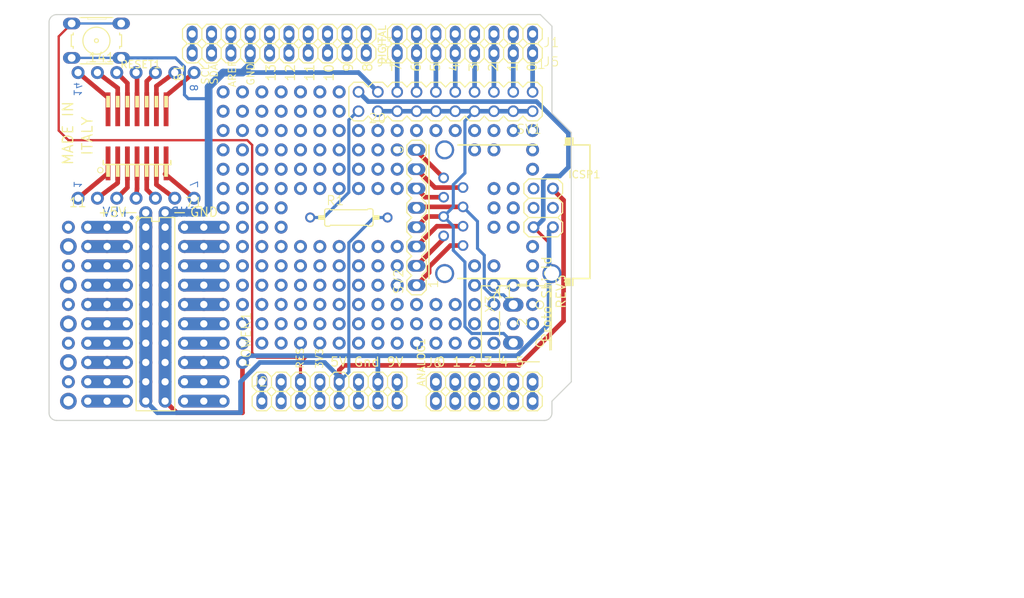
<source format=kicad_pcb>
(kicad_pcb (version 20171130) (host pcbnew 6.0.0-rc1-unknown-7a10feb~66~ubuntu14.04.1)
  (layers (0 Top signal) (31 Bottom signal) (34 B.Paste user) (35 F.Paste user) (36 B.SilkS user) (37 F.SilkS user) (38 B.Mask user) (39 F.Mask user) (44 Edge.Cuts user))
  (net 0 "")
  (net 1 +5V)
  (net 2 N$36)
  (net 3 N$37)
  (net 4 N$41)
  (net 5 N$42)
  (net 6 N$44)
  (net 7 N$46)
  (net 8 N$47)
  (net 9 N$48)
  (net 10 N$49)
  (net 11 N$54)
  (net 12 N$55)
  (net 13 N$56)
  (net 14 N$58)
  (net 15 N$59)
  (net 16 N$61)
  (net 17 N$62)
  (net 18 N$65)
  (net 19 N$66)
  (net 20 N$68)
  (net 21 N$70)
  (net 22 N$71)
  (net 23 N$72)
  (net 24 N$73)
  (net 25 N$78)
  (net 26 N$79)
  (net 27 N$80)
  (net 28 N$82)
  (net 29 N$83)
  (net 30 N$85)
  (net 31 N$86)
  (net 32 N$90)
  (net 33 N$94)
  (net 34 N$95)
  (net 35 N$106)
  (net 36 N$107)
  (net 37 N$118)
  (net 38 N$119)
  (net 39 N$120)
  (net 40 N$131)
  (net 41 N$155)
  (net 42 N$167)
  (net 43 N$178)
  (net 44 N$179)
  (net 45 N$190)
  (net 46 N$191)
  (net 47 N$203)
  (net 48 N$227)
  (net 49 N$228)
  (net 50 N$229)
  (net 51 N$230)
  (net 52 N$231)
  (net 53 N$232)
  (net 54 N$233)
  (net 55 N$234)
  (net 56 N$236)
  (net 57 N$237)
  (net 58 N$238)
  (net 59 N$239)
  (net 60 N$240)
  (net 61 N$241)
  (net 62 N$242)
  (net 63 N$243)
  (net 64 N$246)
  (net 65 N$245)
  (net 66 N$247)
  (net 67 N$248)
  (net 68 N$249)
  (net 69 N$235)
  (net 70 N$251)
  (net 71 N$252)
  (net 72 N$261)
  (net 73 N$262)
  (net 74 N$263)
  (net 75 N$267)
  (net 76 N$268)
  (net 77 N$269)
  (net 78 N$271)
  (net 79 N$259)
  (net 80 N$272)
  (net 81 N$273)
  (net 82 N$276)
  (net 83 N$277)
  (net 84 N$278)
  (net 85 N$274)
  (net 86 N$279)
  (net 87 N$275)
  (net 88 N$280)
  (net 89 N$282)
  (net 90 N$283)
  (net 91 N$284)
  (net 92 N$285)
  (net 93 N$286)
  (net 94 N$289)
  (net 95 N$290)
  (net 96 N$291)
  (net 97 N$292)
  (net 98 N$293)
  (net 99 N$294)
  (net 100 N$295)
  (net 101 N$296)
  (net 102 N$297)
  (net 103 N$298)
  (net 104 N$307)
  (net 105 N$311)
  (net 106 N$312)
  (net 107 N$313)
  (net 108 N$314)
  (net 109 N$281)
  (net 110 N$315)
  (net 111 N$316)
  (net 112 N$321)
  (net 113 N$322)
  (net 114 N$323)
  (net 115 N$324)
  (net 116 N$325)
  (net 117 N$326)
  (net 118 N$327)
  (net 119 N$40)
  (net 120 N$329)
  (net 121 N$34)
  (net 122 N$33)
  (net 123 N$331)
  (net 124 N$332)
  (net 125 N$335)
  (net 126 N$28)
  (net 127 N$336)
  (net 128 N$27)
  (net 129 N$354)
  (net 130 N$355)
  (net 131 N$356)
  (net 132 N$357)
  (net 133 N$358)
  (net 134 N$359)
  (net 135 N$360)
  (net 136 N$45)
  (net 137 N$361)
  (net 138 N$362)
  (net 139 N$363)
  (net 140 N$364)
  (net 141 N$365)
  (net 142 N$366)
  (net 143 N$57)
  (net 144 N$367)
  (net 145 N$369)
  (net 146 N$370)
  (net 147 N$371)
  (net 148 N$372)
  (net 149 N$373)
  (net 150 N$374)
  (net 151 N$69)
  (net 152 N$375)
  (net 153 N$81)
  (net 154 N$379)
  (net 155 N$380)
  (net 156 N$320)
  (net 157 N$105)
  (net 158 N$117)
  (net 159 N$393)
  (net 160 N$396)
  (net 161 N$397)
  (net 162 N$402)
  (net 163 N$401)
  (net 164 N$404)
  (net 165 N$405)
  (net 166 N$406)
  (net 167 N$407)
  (net 168 N$408)
  (net 169 N$409)
  (net 170 N$412)
  (net 171 N$413)
  (net 172 N$414)
  (net 173 N$177)
  (net 174 N$415)
  (net 175 N$416)
  (net 176 N$201)
  (net 177 N$436)
  (net 178 N$30)
  (net 179 N$92)
  (net 180 N$29)
  (net 181 N$35)
  (net 182 GND)
  (net 183 N$67)
  (net 184 N$74)
  (net 185 N$75)
  (net 186 N$76)
  (net 187 N$77)
  (net 188 N$84)
  (net 189 N$87)
  (net 190 N$143)
  (net 191 N$39)
  (net 192 N$43)
  (net 193 N$51)
  (net 194 N$132)
  (net 195 N$63)
  (net 196 N$135)
  (net 197 N$64)
  (net 198 N$156)
  (net 199 N$88)
  (net 200 N$168)
  (net 201 N$89)
  (net 202 N$180)
  (net 203 N$91)
  (net 204 N$192)
  (net 205 N$96)
  (net 206 N$123)
  (net 207 N$108)
  (net 208 N$115)
  (net 209 N$116)
  (net 210 N$121)
  (net 211 N$122)
  (net 212 N$124)
  (net 213 N$125)
  (net 214 N$126)
  (net 215 N$128)
  (net 216 N$129)
  (net 217 N$130)
  (net 218 N$133)
  (net 219 N$134)
  (net 220 N$114)
  (net 221 N$136)
  (net 222 N$137)
  (net 223 N$127)
  (net 224 N$138)
  (net 225 N$139)
  (net 226 N$60)
  (net 227 N$140)
  (net 228 "Net-(J3-Pad10)")
  (net 229 "Net-(J3-Pad9)")
  (net 230 "Net-(J3-Pad8)")
  (net 231 "Net-(J3-Pad6)")
  (net 232 "Net-(J3-Pad5)")
  (net 233 "Net-(J3-Pad4)")
  (net 234 "Net-(J3-Pad3)")
  (net 235 "Net-(J3-Pad2)")
  (net 236 "Net-(J3-Pad1)")
  (net 237 "Net-(J1-Pad8)")
  (net 238 "Net-(J1-Pad7)")
  (net 239 "Net-(J1-Pad6)")
  (net 240 "Net-(J1-Pad5)")
  (net 241 "Net-(J1-Pad4)")
  (net 242 "Net-(J1-Pad3)")
  (net 243 "Net-(J1-Pad2)")
  (net 244 "Net-(J1-Pad1)")
  (net 245 /RESET)
  (net 246 /MOSI)
  (net 247 /SCK)
  (net 248 /MISO)
  (net 249 "Net-(11-PadMP)")
  (net 250 "Net-(J2-Pad8)")
  (net 251 "Net-(J2-Pad4)")
  (net 252 "Net-(J2-Pad2)")
  (net 253 "Net-(J2-Pad1)")
  (net 254 "Net-(X1-PadS4)")
  (net 255 "Net-(X1-PadS3)")
  (net 256 "Net-(SV2-Pad8)")
  (net 257 "Net-(SV2-Pad7)")
  (net 258 "Net-(X1-PadS2)")
  (net 259 "Net-(X1-PadS1)")
  (net 260 "Net-(SV2-Pad6)")
  (net 261 "Net-(SV2-Pad1)")
  (net 262 "Net-(SV2-Pad2)")
  (net 263 "Net-(SV2-Pad3)")
  (net 264 "Net-(SV1-Pad10)")
  (net 265 "Net-(R1-Pad1)")
  (net 266 "Net-(ANALOG1-Pad6)")
  (net 267 "Net-(ANALOG1-Pad5)")
  (net 268 "Net-(ANALOG1-Pad4)")
  (net 269 "Net-(ANALOG1-Pad3)")
  (net 270 "Net-(ANALOG1-Pad2)")
  (net 271 "Net-(ANALOG1-Pad1)")
  (net 272 "Net-(141-PadMP)")
  (net 273 "Net-(131-PadMP)")
  (net 274 "Net-(121-PadMP)")
  (net 275 "Net-(111-PadMP)")
  (net 276 "Net-(101-PadMP)")
  (net 277 "Net-(91-PadMP)")
  (net 278 "Net-(81-PadMP)")
  (net 279 "Net-(71-PadMP)")
  (net 280 "Net-(61-PadMP)")
  (net 281 "Net-(51-PadMP)")
  (net 282 "Net-(41-PadMP)")
  (net 283 "Net-(31-PadMP)")
  (net 284 "Net-(21-PadMP)")
  (module "" (layer Top) (at 129.4511 80.8736)
    (fp_text reference @HOLE0 hide)
    (fp_text value "" (at 0 0) (layer F.SilkS) (effects (font (size 1.27 1.27))))
    (pad "" np_thru_hole circle (at 0 0) (size 3.2 3.2) (drill 3.2) (layers *.Cu))
  )
  (module "" (layer Top) (at 180.2511 124.0536)
    (fp_text reference @HOLE1 hide)
    (fp_text value "" (at 0 0) (layer F.SilkS) (effects (font (size 1.27 1.27))))
    (pad "" np_thru_hole circle (at 0 0) (size 3.2 3.2) (drill 3.2) (layers *.Cu))
  )
  (module "" (layer Top) (at 180.2511 96.1136)
    (fp_text reference @HOLE2 hide)
    (fp_text value "" (at 0 0) (layer F.SilkS) (effects (font (size 1.27 1.27))))
    (pad "" np_thru_hole circle (at 0 0) (size 3.2 3.2) (drill 3.2) (layers *.Cu))
  )
  (module 1-Wire_Sniffer_REV1:1X10-TH (layer Top) (at 144.4371 80.8736 180)
    (fp_text reference J3 (at -12.7762 -1.8288) (layer F.SilkS) (effects (font (size 1.2065 1.2065) (thickness 0.12065)) (justify left bottom)))
    (fp_text value PINHD-1X10TH)
    (pad 10 thru_hole oval (at 11.43 0 270) (size 2.1336 1.4224) (drill 0.95) (layers *.Cu *.Mask) (net 228 "Net-(J3-Pad10)"))
    (pad 9 thru_hole oval (at 8.89 0 270) (size 2.1336 1.4224) (drill 0.95) (layers *.Cu *.Mask) (net 229 "Net-(J3-Pad9)"))
    (pad 8 thru_hole oval (at 6.35 0 270) (size 2.1336 1.4224) (drill 0.95) (layers *.Cu *.Mask) (net 230 "Net-(J3-Pad8)"))
    (pad 7 thru_hole oval (at 3.81 0 270) (size 2.1336 1.4224) (drill 0.95) (layers *.Cu *.Mask) (net 182 GND))
    (pad 6 thru_hole oval (at 1.27 0 270) (size 2.1336 1.4224) (drill 0.95) (layers *.Cu *.Mask) (net 231 "Net-(J3-Pad6)"))
    (pad 5 thru_hole oval (at -1.27 0 270) (size 2.1336 1.4224) (drill 0.95) (layers *.Cu *.Mask) (net 232 "Net-(J3-Pad5)"))
    (pad 4 thru_hole oval (at -3.81 0 270) (size 2.1336 1.4224) (drill 0.95) (layers *.Cu *.Mask) (net 233 "Net-(J3-Pad4)"))
    (pad 3 thru_hole oval (at -6.35 0 270) (size 2.1336 1.4224) (drill 0.95) (layers *.Cu *.Mask) (net 234 "Net-(J3-Pad3)"))
    (pad 2 thru_hole oval (at -8.89 0 270) (size 2.1336 1.4224) (drill 0.95) (layers *.Cu *.Mask) (net 235 "Net-(J3-Pad2)"))
    (pad 1 thru_hole oval (at -11.43 0 270) (size 2.1336 1.4224) (drill 0.95) (layers *.Cu *.Mask) (net 236 "Net-(J3-Pad1)"))
  )
  (module 1-Wire_Sniffer_REV1:1X08-TH (layer Top) (at 168.8211 80.8736 180)
    (fp_text reference J1 (at -10.2362 -1.8288) (layer F.SilkS) (effects (font (size 1.2065 1.2065) (thickness 0.12065)) (justify left bottom)))
    (fp_text value PINHD-1X8TH)
    (pad 8 thru_hole oval (at 8.89 0 270) (size 2.1336 1.4224) (drill 0.95) (layers *.Cu *.Mask) (net 237 "Net-(J1-Pad8)"))
    (pad 7 thru_hole oval (at 6.35 0 270) (size 2.1336 1.4224) (drill 0.95) (layers *.Cu *.Mask) (net 238 "Net-(J1-Pad7)"))
    (pad 6 thru_hole oval (at 3.81 0 270) (size 2.1336 1.4224) (drill 0.95) (layers *.Cu *.Mask) (net 239 "Net-(J1-Pad6)"))
    (pad 5 thru_hole oval (at 1.27 0 270) (size 2.1336 1.4224) (drill 0.95) (layers *.Cu *.Mask) (net 240 "Net-(J1-Pad5)"))
    (pad 4 thru_hole oval (at -1.27 0 270) (size 2.1336 1.4224) (drill 0.95) (layers *.Cu *.Mask) (net 241 "Net-(J1-Pad4)"))
    (pad 3 thru_hole oval (at -3.81 0 270) (size 2.1336 1.4224) (drill 0.95) (layers *.Cu *.Mask) (net 242 "Net-(J1-Pad3)"))
    (pad 2 thru_hole oval (at -6.35 0 270) (size 2.1336 1.4224) (drill 0.95) (layers *.Cu *.Mask) (net 243 "Net-(J1-Pad2)"))
    (pad 1 thru_hole oval (at -8.89 0 270) (size 2.1336 1.4224) (drill 0.95) (layers *.Cu *.Mask) (net 244 "Net-(J1-Pad1)"))
  )
  (module 1-Wire_Sniffer_REV1:1X06 (layer Top) (at 171.3611 129.1336)
    (fp_text reference ANALOG1 (at -7.6962 -1.8288 90) (layer F.SilkS) (effects (font (size 0.9652 0.9652) (thickness 0.14478)) (justify left bottom)))
    (fp_text value PINHD-1X6)
    (pad 6 thru_hole oval (at 6.35 0 90) (size 2.286 1.524) (drill 1.016) (layers *.Cu *.Mask) (net 266 "Net-(ANALOG1-Pad6)"))
    (pad 5 thru_hole oval (at 3.81 0 90) (size 2.286 1.524) (drill 1.016) (layers *.Cu *.Mask) (net 267 "Net-(ANALOG1-Pad5)"))
    (pad 4 thru_hole oval (at 1.27 0 90) (size 2.286 1.524) (drill 1.016) (layers *.Cu *.Mask) (net 268 "Net-(ANALOG1-Pad4)"))
    (pad 3 thru_hole oval (at -1.27 0 90) (size 2.286 1.524) (drill 1.016) (layers *.Cu *.Mask) (net 269 "Net-(ANALOG1-Pad3)"))
    (pad 2 thru_hole oval (at -3.81 0 90) (size 2.286 1.524) (drill 1.016) (layers *.Cu *.Mask) (net 270 "Net-(ANALOG1-Pad2)"))
    (pad 1 thru_hole oval (at -6.35 0 90) (size 2.286 1.524) (drill 1.016) (layers *.Cu *.Mask) (net 271 "Net-(ANALOG1-Pad1)"))
  )
  (module 1-Wire_Sniffer_REV1:2X03 (layer Top) (at 179.1081 103.7336 270)
    (fp_text reference ICSP1 (at -3.81 -3.175) (layer F.SilkS) (effects (font (size 0.9652 0.9652) (thickness 0.14478)) (justify left bottom)))
    (fp_text value PINHD-2X3)
    (pad 6 thru_hole circle (at 2.54 -1.27 270) (size 1.55 1.55) (drill 0.95) (layers *.Cu *.Mask) (net 182 GND))
    (pad 5 thru_hole circle (at 2.54 1.27 270) (size 1.55 1.55) (drill 0.95) (layers *.Cu *.Mask) (net 245 /RESET))
    (pad 4 thru_hole circle (at 0 -1.27 270) (size 1.55 1.55) (drill 0.95) (layers *.Cu *.Mask) (net 246 /MOSI))
    (pad 3 thru_hole circle (at 0 1.27 270) (size 1.55 1.55) (drill 0.95) (layers *.Cu *.Mask) (net 247 /SCK))
    (pad 2 thru_hole circle (at -2.54 -1.27 270) (size 1.55 1.55) (drill 0.95) (layers *.Cu *.Mask) (net 1 +5V))
    (pad 1 thru_hole circle (at -2.54 1.27 270) (size 1.55 1.55) (drill 0.95) (layers *.Cu *.Mask) (net 248 /MISO))
  )
  (module 1-Wire_Sniffer_REV1:B3F-10XX (layer Top) (at 120.4341 81.7626 180)
    (fp_text reference RESET1 (at -3.048 -3.683) (layer F.SilkS) (effects (font (size 0.9652 0.9652) (thickness 0.14478)) (justify left bottom)))
    (fp_text value 10-XX)
    (pad 4 thru_hole oval (at 3.2512 2.2606 180) (size 2.286 1.524) (drill 1.016) (layers *.Cu *.Mask) (net 245 /RESET))
    (pad 2 thru_hole oval (at 3.2512 -2.2606 180) (size 2.286 1.524) (drill 1.016) (layers *.Cu *.Mask) (net 182 GND))
    (pad 3 thru_hole oval (at -3.2512 2.2606 180) (size 2.286 1.524) (drill 1.016) (layers *.Cu *.Mask) (net 245 /RESET))
    (pad 1 thru_hole oval (at -3.2512 -2.2606 180) (size 2.286 1.524) (drill 1.016) (layers *.Cu *.Mask) (net 182 GND))
  )
  (module 1-Wire_Sniffer_REV1:1X10-TH (layer Top) (at 144.4371 83.4136 180)
    (fp_text reference J4 (at -12.7762 -1.8288) (layer F.SilkS) (effects (font (size 1.2065 1.2065) (thickness 0.12065)) (justify left bottom)))
    (fp_text value PINHD-1X10TH)
    (pad 10 thru_hole oval (at 11.43 0 270) (size 2.1336 1.4224) (drill 0.95) (layers *.Cu *.Mask) (net 228 "Net-(J3-Pad10)"))
    (pad 9 thru_hole oval (at 8.89 0 270) (size 2.1336 1.4224) (drill 0.95) (layers *.Cu *.Mask) (net 229 "Net-(J3-Pad9)"))
    (pad 8 thru_hole oval (at 6.35 0 270) (size 2.1336 1.4224) (drill 0.95) (layers *.Cu *.Mask) (net 230 "Net-(J3-Pad8)"))
    (pad 7 thru_hole oval (at 3.81 0 270) (size 2.1336 1.4224) (drill 0.95) (layers *.Cu *.Mask) (net 182 GND))
    (pad 6 thru_hole oval (at 1.27 0 270) (size 2.1336 1.4224) (drill 0.95) (layers *.Cu *.Mask) (net 231 "Net-(J3-Pad6)"))
    (pad 5 thru_hole oval (at -1.27 0 270) (size 2.1336 1.4224) (drill 0.95) (layers *.Cu *.Mask) (net 232 "Net-(J3-Pad5)"))
    (pad 4 thru_hole oval (at -3.81 0 270) (size 2.1336 1.4224) (drill 0.95) (layers *.Cu *.Mask) (net 233 "Net-(J3-Pad4)"))
    (pad 3 thru_hole oval (at -6.35 0 270) (size 2.1336 1.4224) (drill 0.95) (layers *.Cu *.Mask) (net 234 "Net-(J3-Pad3)"))
    (pad 2 thru_hole oval (at -8.89 0 270) (size 2.1336 1.4224) (drill 0.95) (layers *.Cu *.Mask) (net 235 "Net-(J3-Pad2)"))
    (pad 1 thru_hole oval (at -11.43 0 270) (size 2.1336 1.4224) (drill 0.95) (layers *.Cu *.Mask) (net 236 "Net-(J3-Pad1)"))
  )
  (module 1-Wire_Sniffer_REV1:1X08-TH (layer Top) (at 168.8211 83.4136 180)
    (fp_text reference J5 (at -10.2362 -1.8288) (layer F.SilkS) (effects (font (size 1.2065 1.2065) (thickness 0.12065)) (justify left bottom)))
    (fp_text value PINHD-1X8TH)
    (pad 8 thru_hole oval (at 8.89 0 270) (size 2.1336 1.4224) (drill 0.95) (layers *.Cu *.Mask) (net 237 "Net-(J1-Pad8)"))
    (pad 7 thru_hole oval (at 6.35 0 270) (size 2.1336 1.4224) (drill 0.95) (layers *.Cu *.Mask) (net 238 "Net-(J1-Pad7)"))
    (pad 6 thru_hole oval (at 3.81 0 270) (size 2.1336 1.4224) (drill 0.95) (layers *.Cu *.Mask) (net 239 "Net-(J1-Pad6)"))
    (pad 5 thru_hole oval (at 1.27 0 270) (size 2.1336 1.4224) (drill 0.95) (layers *.Cu *.Mask) (net 240 "Net-(J1-Pad5)"))
    (pad 4 thru_hole oval (at -1.27 0 270) (size 2.1336 1.4224) (drill 0.95) (layers *.Cu *.Mask) (net 241 "Net-(J1-Pad4)"))
    (pad 3 thru_hole oval (at -3.81 0 270) (size 2.1336 1.4224) (drill 0.95) (layers *.Cu *.Mask) (net 242 "Net-(J1-Pad3)"))
    (pad 2 thru_hole oval (at -6.35 0 270) (size 2.1336 1.4224) (drill 0.95) (layers *.Cu *.Mask) (net 243 "Net-(J1-Pad2)"))
    (pad 1 thru_hole oval (at -8.89 0 270) (size 2.1336 1.4224) (drill 0.95) (layers *.Cu *.Mask) (net 244 "Net-(J1-Pad1)"))
  )
  (module 1-Wire_Sniffer_REV1:1X06 (layer Top) (at 171.3611 126.5936)
    (fp_text reference J6 (at -7.6962 -1.8288) (layer F.SilkS) (effects (font (size 1.2065 1.2065) (thickness 0.12065)) (justify left bottom)))
    (fp_text value PINHD-1X6)
    (pad 6 thru_hole oval (at 6.35 0 90) (size 2.286 1.524) (drill 1.016) (layers *.Cu *.Mask) (net 266 "Net-(ANALOG1-Pad6)"))
    (pad 5 thru_hole oval (at 3.81 0 90) (size 2.286 1.524) (drill 1.016) (layers *.Cu *.Mask) (net 267 "Net-(ANALOG1-Pad5)"))
    (pad 4 thru_hole oval (at 1.27 0 90) (size 2.286 1.524) (drill 1.016) (layers *.Cu *.Mask) (net 268 "Net-(ANALOG1-Pad4)"))
    (pad 3 thru_hole oval (at -1.27 0 90) (size 2.286 1.524) (drill 1.016) (layers *.Cu *.Mask) (net 269 "Net-(ANALOG1-Pad3)"))
    (pad 2 thru_hole oval (at -3.81 0 90) (size 2.286 1.524) (drill 1.016) (layers *.Cu *.Mask) (net 270 "Net-(ANALOG1-Pad2)"))
    (pad 1 thru_hole oval (at -6.35 0 90) (size 2.286 1.524) (drill 1.016) (layers *.Cu *.Mask) (net 271 "Net-(ANALOG1-Pad1)"))
  )
  (module 1-Wire_Sniffer_REV1:SO-14NMW (layer Top) (at 125.0061 94.2086)
    (fp_text reference IC2 hide)
    (fp_text value SMD-14 hide)
    (pad P$14 smd rect (at -3.048 -3.429 90) (size 4.445 0.635) (layers Top F.Paste F.Mask) (net 272 "Net-(141-PadMP)"))
    (pad P$13 smd rect (at -1.778 -3.429 90) (size 4.445 0.635) (layers Top F.Paste F.Mask) (net 273 "Net-(131-PadMP)"))
    (pad P$12 smd rect (at -0.508 -3.429 90) (size 4.445 0.635) (layers Top F.Paste F.Mask) (net 274 "Net-(121-PadMP)"))
    (pad P$11 smd rect (at 0.762 -3.429 90) (size 4.445 0.635) (layers Top F.Paste F.Mask) (net 275 "Net-(111-PadMP)"))
    (pad P$10 smd rect (at 2.032 -3.429 90) (size 4.445 0.635) (layers Top F.Paste F.Mask) (net 276 "Net-(101-PadMP)"))
    (pad P$9 smd rect (at 3.302 -3.429 90) (size 4.445 0.635) (layers Top F.Paste F.Mask) (net 277 "Net-(91-PadMP)"))
    (pad P$8 smd rect (at 4.572 -3.429 90) (size 4.445 0.635) (layers Top F.Paste F.Mask) (net 278 "Net-(81-PadMP)"))
    (pad P$7 smd rect (at 4.572 3.683 90) (size 4.445 0.635) (layers Top F.Paste F.Mask) (net 279 "Net-(71-PadMP)"))
    (pad P$6 smd rect (at 3.302 3.683 90) (size 4.445 0.635) (layers Top F.Paste F.Mask) (net 280 "Net-(61-PadMP)"))
    (pad P$5 smd rect (at 2.032 3.683 90) (size 4.445 0.635) (layers Top F.Paste F.Mask) (net 281 "Net-(51-PadMP)"))
    (pad P$4 smd rect (at 0.762 3.683 90) (size 4.445 0.635) (layers Top F.Paste F.Mask) (net 282 "Net-(41-PadMP)"))
    (pad P$3 smd rect (at -0.508 3.683 90) (size 4.445 0.635) (layers Top F.Paste F.Mask) (net 283 "Net-(31-PadMP)"))
    (pad P$2 smd rect (at -1.778 3.683 270) (size 4.445 0.635) (layers Top F.Paste F.Mask) (net 284 "Net-(21-PadMP)"))
    (pad P$1 smd rect (at -3.048 3.683 270) (size 4.445 0.635) (layers Top F.Paste F.Mask) (net 249 "Net-(11-PadMP)"))
  )
  (module 1-Wire_Sniffer_REV1:LSP10 (layer Top) (at 118.0211 85.9536 270)
    (fp_text reference 141 (at -1.27 -1.27) (layer F.SilkS) (effects (font (size 1.2065 1.2065) (thickness 0.14478)) (justify left bottom)))
    (fp_text value LSP10)
    (pad MP thru_hole circle (at 0 0 270) (size 1.7 1.7) (drill 0.95) (layers *.Cu *.Mask) (net 272 "Net-(141-PadMP)"))
  )
  (module 1-Wire_Sniffer_REV1:LSP10 (layer Top) (at 120.5611 85.9536 270)
    (fp_text reference 131 hide)
    (fp_text value LSP10)
    (pad MP thru_hole circle (at 0 0 270) (size 1.7 1.7) (drill 0.95) (layers *.Cu *.Mask) (net 273 "Net-(131-PadMP)"))
  )
  (module 1-Wire_Sniffer_REV1:LSP10 (layer Top) (at 123.1011 85.9536 90)
    (fp_text reference 121 hide)
    (fp_text value LSP10)
    (pad MP thru_hole circle (at 0 0 90) (size 1.7 1.7) (drill 0.95) (layers *.Cu *.Mask) (net 274 "Net-(121-PadMP)"))
  )
  (module 1-Wire_Sniffer_REV1:LSP10 (layer Top) (at 125.6411 85.9536 90)
    (fp_text reference 111 hide)
    (fp_text value LSP10)
    (pad MP thru_hole circle (at 0 0 90) (size 1.7 1.7) (drill 0.95) (layers *.Cu *.Mask) (net 275 "Net-(111-PadMP)"))
  )
  (module 1-Wire_Sniffer_REV1:LSP10 (layer Top) (at 128.1811 85.9536 90)
    (fp_text reference 101 hide)
    (fp_text value LSP10)
    (pad MP thru_hole circle (at 0 0 90) (size 1.7 1.7) (drill 0.95) (layers *.Cu *.Mask) (net 276 "Net-(101-PadMP)"))
  )
  (module 1-Wire_Sniffer_REV1:LSP10 (layer Top) (at 130.7211 85.9536 90)
    (fp_text reference 91 hide)
    (fp_text value LSP10)
    (pad MP thru_hole circle (at 0 0 90) (size 1.7 1.7) (drill 0.95) (layers *.Cu *.Mask) (net 277 "Net-(91-PadMP)"))
  )
  (module 1-Wire_Sniffer_REV1:LSP10 (layer Top) (at 133.2611 85.9536 90)
    (fp_text reference 81 (at -1.27 -1.27 90) (layer F.SilkS) (effects (font (size 1.2065 1.2065) (thickness 0.14478)) (justify left bottom)))
    (fp_text value LSP10)
    (pad MP thru_hole circle (at 0 0 90) (size 1.7 1.7) (drill 0.95) (layers *.Cu *.Mask) (net 278 "Net-(81-PadMP)"))
  )
  (module 1-Wire_Sniffer_REV1:LSP10 (layer Top) (at 133.2611 102.4636 90)
    (fp_text reference 71 (at -1.27 -1.27) (layer F.SilkS) (effects (font (size 1.2065 1.2065) (thickness 0.14478)) (justify left bottom)))
    (fp_text value LSP10)
    (pad MP thru_hole circle (at 0 0 90) (size 1.7 1.7) (drill 0.95) (layers *.Cu *.Mask) (net 279 "Net-(71-PadMP)"))
  )
  (module 1-Wire_Sniffer_REV1:LSP10 (layer Top) (at 130.7211 102.4636 90)
    (fp_text reference 61 hide)
    (fp_text value LSP10)
    (pad MP thru_hole circle (at 0 0 90) (size 1.7 1.7) (drill 0.95) (layers *.Cu *.Mask) (net 280 "Net-(61-PadMP)"))
  )
  (module 1-Wire_Sniffer_REV1:LSP10 (layer Top) (at 128.1811 102.4636 90)
    (fp_text reference 51 hide)
    (fp_text value LSP10)
    (pad MP thru_hole circle (at 0 0 90) (size 1.7 1.7) (drill 0.95) (layers *.Cu *.Mask) (net 281 "Net-(51-PadMP)"))
  )
  (module 1-Wire_Sniffer_REV1:LSP10 (layer Top) (at 125.6411 102.4636 90)
    (fp_text reference 41 hide)
    (fp_text value LSP10)
    (pad MP thru_hole circle (at 0 0 90) (size 1.7 1.7) (drill 0.95) (layers *.Cu *.Mask) (net 282 "Net-(41-PadMP)"))
  )
  (module 1-Wire_Sniffer_REV1:LSP10 (layer Top) (at 123.1011 102.4636 90)
    (fp_text reference 31 hide)
    (fp_text value LSP10)
    (pad MP thru_hole circle (at 0 0 90) (size 1.7 1.7) (drill 0.95) (layers *.Cu *.Mask) (net 283 "Net-(31-PadMP)"))
  )
  (module 1-Wire_Sniffer_REV1:LSP10 (layer Top) (at 120.5611 102.4636 90)
    (fp_text reference 21 hide)
    (fp_text value LSP10)
    (pad MP thru_hole circle (at 0 0 90) (size 1.7 1.7) (drill 0.95) (layers *.Cu *.Mask) (net 284 "Net-(21-PadMP)"))
  )
  (module 1-Wire_Sniffer_REV1:LSP10 (layer Top) (at 118.0211 102.4636 90)
    (fp_text reference 11 (at -1.27 -1.27) (layer F.SilkS) (effects (font (size 1.2065 1.2065) (thickness 0.14478)) (justify left bottom)))
    (fp_text value LSP10)
    (pad MP thru_hole circle (at 0 0 90) (size 1.7 1.7) (drill 0.95) (layers *.Cu *.Mask) (net 249 "Net-(11-PadMP)"))
  )
  (module 1-Wire_Sniffer_REV1:1X08-TH (layer Top) (at 151.0411 129.1336)
    (fp_text reference J2 (at -10.2362 -1.8288) (layer F.SilkS) (effects (font (size 1.2065 1.2065) (thickness 0.12065)) (justify left bottom)))
    (fp_text value PINHD-1X8TH)
    (pad 8 thru_hole oval (at 8.89 0 90) (size 2.1336 1.4224) (drill 0.95) (layers *.Cu *.Mask) (net 250 "Net-(J2-Pad8)"))
    (pad 7 thru_hole oval (at 6.35 0 90) (size 2.1336 1.4224) (drill 0.95) (layers *.Cu *.Mask) (net 182 GND))
    (pad 6 thru_hole oval (at 3.81 0 90) (size 2.1336 1.4224) (drill 0.95) (layers *.Cu *.Mask) (net 182 GND))
    (pad 5 thru_hole oval (at 1.27 0 90) (size 2.1336 1.4224) (drill 0.95) (layers *.Cu *.Mask) (net 1 +5V))
    (pad 4 thru_hole oval (at -1.27 0 90) (size 2.1336 1.4224) (drill 0.95) (layers *.Cu *.Mask) (net 251 "Net-(J2-Pad4)"))
    (pad 3 thru_hole oval (at -3.81 0 90) (size 2.1336 1.4224) (drill 0.95) (layers *.Cu *.Mask) (net 245 /RESET))
    (pad 2 thru_hole oval (at -6.35 0 90) (size 2.1336 1.4224) (drill 0.95) (layers *.Cu *.Mask) (net 252 "Net-(J2-Pad2)"))
    (pad 1 thru_hole oval (at -8.89 0 90) (size 2.1336 1.4224) (drill 0.95) (layers *.Cu *.Mask) (net 253 "Net-(J2-Pad1)"))
  )
  (module 1-Wire_Sniffer_REV1:1X08-TH (layer Top) (at 151.0411 126.5936)
    (fp_text reference POWER1 (at -10.2362 -1.8288 90) (layer F.SilkS) (effects (font (size 1.2065 1.2065) (thickness 0.12065)) (justify left bottom)))
    (fp_text value PINHD-1X8TH)
    (pad 8 thru_hole oval (at 8.89 0 90) (size 2.1336 1.4224) (drill 0.95) (layers *.Cu *.Mask) (net 250 "Net-(J2-Pad8)"))
    (pad 7 thru_hole oval (at 6.35 0 90) (size 2.1336 1.4224) (drill 0.95) (layers *.Cu *.Mask) (net 182 GND))
    (pad 6 thru_hole oval (at 3.81 0 90) (size 2.1336 1.4224) (drill 0.95) (layers *.Cu *.Mask) (net 182 GND))
    (pad 5 thru_hole oval (at 1.27 0 90) (size 2.1336 1.4224) (drill 0.95) (layers *.Cu *.Mask) (net 1 +5V))
    (pad 4 thru_hole oval (at -1.27 0 90) (size 2.1336 1.4224) (drill 0.95) (layers *.Cu *.Mask) (net 251 "Net-(J2-Pad4)"))
    (pad 3 thru_hole oval (at -3.81 0 90) (size 2.1336 1.4224) (drill 0.95) (layers *.Cu *.Mask) (net 245 /RESET))
    (pad 2 thru_hole oval (at -6.35 0 90) (size 2.1336 1.4224) (drill 0.95) (layers *.Cu *.Mask) (net 252 "Net-(J2-Pad2)"))
    (pad 1 thru_hole oval (at -8.89 0 90) (size 2.1336 1.4224) (drill 0.95) (layers *.Cu *.Mask) (net 253 "Net-(J2-Pad1)"))
  )
  (module 1-Wire_Sniffer_REV1:DISCLAIMER (layer Top) (at 108.2421 154.7876)
    (fp_text reference U$1 hide)
    (fp_text value DISCLAIMER hide)
  )
  (module 1-Wire_Sniffer_REV1:RJ45-SHIELD2 (layer Top) (at 174.9171 104.2416 90)
    (fp_text reference X1 (at -9.525 0.635 180) (layer F.SilkS) (effects (font (size 1.6891 1.6891) (thickness 0.14224)) (justify right top)))
    (fp_text value RJ452-B)
    (fp_line (start 9.7155 8.18) (end -9.7155 8.18) (layer Edge.Cuts) (width 0.01))
    (pad "" np_thru_hole circle (at 5.715 0 90) (size 3.2512 3.2512) (drill 3.2512) (layers *.Cu))
    (pad "" np_thru_hole circle (at -5.715 0 90) (size 3.2512 3.2512) (drill 3.2512) (layers *.Cu))
    (pad S4 thru_hole circle (at 8.128 -8.76 90) (size 2.5 2.5) (drill 1.9) (layers *.Cu *.Mask) (net 254 "Net-(X1-PadS4)"))
    (pad S3 thru_hole circle (at -8.128 -8.76 90) (size 2.5 2.5) (drill 1.9) (layers *.Cu *.Mask) (net 255 "Net-(X1-PadS3)"))
    (pad 8 thru_hole circle (at 4.445 -8.89 90) (size 1.4 1.4) (drill 0.9) (layers *.Cu *.Mask) (net 256 "Net-(SV2-Pad8)"))
    (pad 7 thru_hole circle (at 3.175 -6.35 90) (size 1.4 1.4) (drill 0.9) (layers *.Cu *.Mask) (net 257 "Net-(SV2-Pad7)"))
    (pad S2 thru_hole circle (at 8.128 5.33 90) (size 2.5 2.5) (drill 1.9) (layers *.Cu *.Mask) (net 258 "Net-(X1-PadS2)"))
    (pad S1 thru_hole circle (at -8.128 5.33 90) (size 2.5 2.5) (drill 1.9) (layers *.Cu *.Mask) (net 259 "Net-(X1-PadS1)"))
    (pad 6 thru_hole circle (at 1.905 -8.89 90) (size 1.4 1.4) (drill 0.9) (layers *.Cu *.Mask) (net 260 "Net-(SV2-Pad6)"))
    (pad 1 thru_hole circle (at -4.445 -6.35 90) (size 1.4 1.4) (drill 0.9) (layers *.Cu *.Mask) (net 261 "Net-(SV2-Pad1)"))
    (pad 5 thru_hole circle (at 0.635 -6.35 90) (size 1.4 1.4) (drill 0.9) (layers *.Cu *.Mask) (net 182 GND))
    (pad 2 thru_hole circle (at -3.175 -8.89 90) (size 1.4 1.4) (drill 0.9) (layers *.Cu *.Mask) (net 262 "Net-(SV2-Pad2)"))
    (pad 3 thru_hole circle (at -1.905 -6.35 90) (size 1.4 1.4) (drill 0.9) (layers *.Cu *.Mask) (net 263 "Net-(SV2-Pad3)"))
    (pad 4 thru_hole circle (at -0.635 -8.89 90) (size 1.4 1.4) (drill 0.9) (layers *.Cu *.Mask) (net 264 "Net-(SV1-Pad10)"))
  )
  (module 1-Wire_Sniffer_REV1:0207_10 (layer Top) (at 153.5811 105.0036)
    (fp_text reference R1 (at -3.048 -1.524) (layer F.SilkS) (effects (font (size 1.2065 1.2065) (thickness 0.127)) (justify left bottom)))
    (fp_text value R-EU_0207/10)
    (pad 2 thru_hole circle (at 5.08 0) (size 1.3208 1.3208) (drill 0.8128) (layers *.Cu *.Mask) (net 1 +5V))
    (pad 1 thru_hole circle (at -5.08 0) (size 1.3208 1.3208) (drill 0.8128) (layers *.Cu *.Mask) (net 265 "Net-(R1-Pad1)"))
  )
  (module 1-Wire_Sniffer_REV1:MA10-2 (layer Top) (at 166.2811 89.7636 180)
    (fp_text reference SV1 (at -12.7 -2.921 180) (layer F.SilkS) (effects (font (size 1.2065 1.2065) (thickness 0.127)) (justify right top)))
    (fp_text value MA10-2)
    (fp_text user 20 (at 10.16 -2.921 180) (layer F.SilkS) (effects (font (size 1.2065 1.2065) (thickness 0.127)) (justify left bottom)))
    (fp_text user 1 (at -11.938 4.191 180) (layer F.SilkS) (effects (font (size 1.2065 1.2065) (thickness 0.127)) (justify left bottom)))
    (pad 20 thru_hole circle (at 11.43 -1.27 180) (size 1.524 1.524) (drill 1.016) (layers *.Cu *.Mask) (net 265 "Net-(R1-Pad1)"))
    (pad 19 thru_hole circle (at 11.43 1.27 180) (size 1.524 1.524) (drill 1.016) (layers *.Cu *.Mask) (net 245 /RESET))
    (pad 18 thru_hole circle (at 8.89 -1.27 180) (size 1.524 1.524) (drill 1.016) (layers *.Cu *.Mask) (net 264 "Net-(SV1-Pad10)"))
    (pad 17 thru_hole circle (at 8.89 1.27 180) (size 1.524 1.524) (drill 1.016) (layers *.Cu *.Mask) (net 182 GND))
    (pad 16 thru_hole circle (at 6.35 -1.27 180) (size 1.524 1.524) (drill 1.016) (layers *.Cu *.Mask) (net 264 "Net-(SV1-Pad10)"))
    (pad 14 thru_hole circle (at 3.81 -1.27 180) (size 1.524 1.524) (drill 1.016) (layers *.Cu *.Mask) (net 264 "Net-(SV1-Pad10)"))
    (pad 15 thru_hole circle (at 6.35 1.27 180) (size 1.524 1.524) (drill 1.016) (layers *.Cu *.Mask) (net 237 "Net-(J1-Pad8)"))
    (pad 13 thru_hole circle (at 3.81 1.27 180) (size 1.524 1.524) (drill 1.016) (layers *.Cu *.Mask) (net 238 "Net-(J1-Pad7)"))
    (pad 12 thru_hole circle (at 1.27 -1.27 180) (size 1.524 1.524) (drill 1.016) (layers *.Cu *.Mask) (net 264 "Net-(SV1-Pad10)"))
    (pad 10 thru_hole circle (at -1.27 -1.27 180) (size 1.524 1.524) (drill 1.016) (layers *.Cu *.Mask) (net 264 "Net-(SV1-Pad10)"))
    (pad 8 thru_hole circle (at -3.81 -1.27 180) (size 1.524 1.524) (drill 1.016) (layers *.Cu *.Mask) (net 264 "Net-(SV1-Pad10)"))
    (pad 6 thru_hole circle (at -6.35 -1.27 180) (size 1.524 1.524) (drill 1.016) (layers *.Cu *.Mask) (net 264 "Net-(SV1-Pad10)"))
    (pad 4 thru_hole circle (at -8.89 -1.27 180) (size 1.524 1.524) (drill 1.016) (layers *.Cu *.Mask) (net 264 "Net-(SV1-Pad10)"))
    (pad 2 thru_hole circle (at -11.43 -1.27 180) (size 1.524 1.524) (drill 1.016) (layers *.Cu *.Mask) (net 264 "Net-(SV1-Pad10)"))
    (pad 11 thru_hole circle (at 1.27 1.27 180) (size 1.524 1.524) (drill 1.016) (layers *.Cu *.Mask) (net 239 "Net-(J1-Pad6)"))
    (pad 9 thru_hole circle (at -1.27 1.27 180) (size 1.524 1.524) (drill 1.016) (layers *.Cu *.Mask) (net 240 "Net-(J1-Pad5)"))
    (pad 7 thru_hole circle (at -3.81 1.27 180) (size 1.524 1.524) (drill 1.016) (layers *.Cu *.Mask) (net 241 "Net-(J1-Pad4)"))
    (pad 5 thru_hole circle (at -6.35 1.27 180) (size 1.524 1.524) (drill 1.016) (layers *.Cu *.Mask) (net 242 "Net-(J1-Pad3)"))
    (pad 3 thru_hole circle (at -8.89 1.27 180) (size 1.524 1.524) (drill 1.016) (layers *.Cu *.Mask) (net 243 "Net-(J1-Pad2)"))
    (pad 1 thru_hole circle (at -11.43 1.27 180) (size 1.524 1.524) (drill 1.016) (layers *.Cu *.Mask) (net 244 "Net-(J1-Pad1)"))
  )
  (module 1-Wire_Sniffer_REV1:MA08-1 (layer Top) (at 162.4711 105.0036 90)
    (fp_text reference SV2 (at -10.16 -1.651 90) (layer F.SilkS) (effects (font (size 1.2065 1.2065) (thickness 0.127)) (justify left bottom)))
    (fp_text value MA08-1)
    (fp_text user 8 (at 8.255 -1.651 90) (layer F.SilkS) (effects (font (size 1.2065 1.2065) (thickness 0.127)) (justify left bottom)))
    (fp_text user 1 (at -9.398 2.921 90) (layer F.SilkS) (effects (font (size 1.2065 1.2065) (thickness 0.127)) (justify left bottom)))
    (pad 8 thru_hole oval (at 8.89 0 180) (size 2.286 1.524) (drill 1.016) (layers *.Cu *.Mask) (net 256 "Net-(SV2-Pad8)"))
    (pad 7 thru_hole oval (at 6.35 0 180) (size 2.286 1.524) (drill 1.016) (layers *.Cu *.Mask) (net 257 "Net-(SV2-Pad7)"))
    (pad 6 thru_hole oval (at 3.81 0 180) (size 2.286 1.524) (drill 1.016) (layers *.Cu *.Mask) (net 260 "Net-(SV2-Pad6)"))
    (pad 5 thru_hole oval (at 1.27 0 180) (size 2.286 1.524) (drill 1.016) (layers *.Cu *.Mask) (net 182 GND))
    (pad 4 thru_hole oval (at -1.27 0 180) (size 2.286 1.524) (drill 1.016) (layers *.Cu *.Mask) (net 264 "Net-(SV1-Pad10)"))
    (pad 3 thru_hole oval (at -3.81 0 180) (size 2.286 1.524) (drill 1.016) (layers *.Cu *.Mask) (net 263 "Net-(SV2-Pad3)"))
    (pad 2 thru_hole oval (at -6.35 0 180) (size 2.286 1.524) (drill 1.016) (layers *.Cu *.Mask) (net 262 "Net-(SV2-Pad2)"))
    (pad 1 thru_hole oval (at -8.89 0 180) (size 2.286 1.524) (drill 1.016) (layers *.Cu *.Mask) (net 261 "Net-(SV2-Pad1)"))
  )
  (module 1-Wire_Sniffer_REV1:W237-102 (layer Top) (at 176.4411 118.9736 270)
    (fp_text reference X3 (at -3.8462 5.0038 270) (layer F.SilkS) (effects (font (size 1.2065 1.2065) (thickness 0.127)) (justify right top)))
    (fp_text value W237-102)
    (fp_text user 2 (at 0.421 -0.635 270) (layer F.SilkS) (effects (font (size 1.2065 1.2065) (thickness 0.127)) (justify left bottom)))
    (fp_text user 1 (at -4.532 -0.635 270) (layer F.SilkS) (effects (font (size 1.2065 1.2065) (thickness 0.127)) (justify left bottom)))
    (pad 2 thru_hole oval (at 2.5 1.27) (size 2.68605 1.7907) (drill 1.1938) (layers *.Cu *.Mask) (net 264 "Net-(SV1-Pad10)"))
    (pad 1 thru_hole oval (at -2.5 1.27) (size 2.68605 1.7907) (drill 1.1938) (layers *.Cu *.Mask) (net 182 GND))
  )
  (gr_line (start 178.7271 78.3336) (end 180.2511 79.8576) (layer Edge.Cuts) (width 0.15))
  (gr_line (start 180.2511 91.2876) (end 182.7911 93.8276) (layer Edge.Cuts) (width 0.15))
  (gr_line (start 182.7911 93.8276) (end 182.7911 126.5936) (layer Edge.Cuts) (width 0.15))
  (gr_line (start 182.7911 126.5936) (end 180.2511 129.1336) (layer Edge.Cuts) (width 0.15))
  (gr_line (start 180.2511 129.1336) (end 180.2511 130.6736) (layer Edge.Cuts) (width 0.15))
  (gr_arc (start 179.2511 130.6736) (end 180.2511 130.6736) (angle 90) (layer Edge.Cuts) (width 0.15))
  (gr_line (start 179.2511 131.6736) (end 115.2111 131.6736) (layer Edge.Cuts) (width 0.15))
  (gr_arc (start 115.2111 130.6736) (end 115.2111 131.6736) (angle 90) (layer Edge.Cuts) (width 0.15))
  (gr_line (start 114.2111 130.6736) (end 114.2111 79.3336) (layer Edge.Cuts) (width 0.15))
  (gr_arc (start 115.2111 79.3336) (end 114.2111 79.3336) (angle 90) (layer Edge.Cuts) (width 0.15))
  (gr_line (start 115.2111 78.3336) (end 178.7271 78.3336) (layer Edge.Cuts) (width 0.15))
  (gr_line (start 180.2511 79.8576) (end 180.2511 91.2876) (layer Edge.Cuts) (width 0.15))
  (gr_line (start 130.7211 130.4036) (end 130.7211 105.0036) (layer F.SilkS) (width 0.15))
  (gr_line (start 130.7211 105.0036) (end 128.6891 105.0036) (layer F.SilkS) (width 0.15))
  (gr_line (start 128.6891 105.0036) (end 128.6891 105.5116) (layer F.SilkS) (width 0.15))
  (gr_line (start 128.6891 105.5116) (end 127.6731 105.5116) (layer F.SilkS) (width 0.15))
  (gr_line (start 127.6731 105.5116) (end 127.6731 105.0036) (layer F.SilkS) (width 0.15))
  (gr_line (start 127.6731 105.0036) (end 126.2761 105.0036) (layer F.SilkS) (width 0.15))
  (gr_line (start 126.2761 105.0036) (end 125.6411 105.6386) (layer F.SilkS) (width 0.15))
  (gr_line (start 125.6411 105.6386) (end 125.6411 130.4036) (layer F.SilkS) (width 0.15))
  (gr_line (start 130.7211 130.4036) (end 125.6411 130.4036) (layer F.SilkS) (width 0.15))
  (gr_line (start 124.3711 104.3686) (end 125.6411 104.3686) (layer F.SilkS) (width 0.15))
  (gr_line (start 130.7211 104.3686) (end 131.9911 104.3686) (layer F.SilkS) (width 0.15))
  (gr_line (start 133.8961 84.6836) (end 134.5311 85.3186) (layer F.SilkS) (width 0.15))
  (gr_text DIGITAL (at 157.3911 79.6036 90) (layer F.SilkS) (effects (font (size 0.9652 0.9652) (thickness 0.1524)) (justify right top)))
  (gr_text GND (at 141.2621 87.7316 90) (layer F.SilkS) (effects (font (size 0.9652 0.9652) (thickness 0.12192)) (justify left bottom)))
  (gr_text "5V Gnd 9V" (at 151.0411 124.6886) (layer F.SilkS) (effects (font (size 1.2065 1.2065) (thickness 0.1524)) (justify left bottom)))
  (gr_text "0 1 2 3 4 5" (at 165.0111 124.6886) (layer F.SilkS) (effects (font (size 1.2065 1.2065) (thickness 0.1524)) (justify left bottom)))
  (gr_text "Proto Shield" (at 180.2511 121.5136 90) (layer F.SilkS) (effects (font (size 1.2065 1.2065) (thickness 0.1524)) (justify left bottom)))
  (gr_text 13 (at 144.0561 87.2236 90) (layer F.SilkS) (effects (font (size 1.2065 1.2065) (thickness 0.1524)) (justify left bottom)))
  (gr_text 12 (at 146.5961 87.2236 90) (layer F.SilkS) (effects (font (size 1.2065 1.2065) (thickness 0.1524)) (justify left bottom)))
  (gr_text 11 (at 149.1361 87.2236 90) (layer F.SilkS) (effects (font (size 1.2065 1.2065) (thickness 0.1524)) (justify left bottom)))
  (gr_text 10 (at 151.6761 87.2236 90) (layer F.SilkS) (effects (font (size 1.2065 1.2065) (thickness 0.1524)) (justify left bottom)))
  (gr_text 9 (at 154.2161 85.9536 90) (layer F.SilkS) (effects (font (size 1.2065 1.2065) (thickness 0.1524)) (justify left bottom)))
  (gr_text 8 (at 156.7561 85.9536 90) (layer F.SilkS) (effects (font (size 1.2065 1.2065) (thickness 0.1524)) (justify left bottom)))
  (gr_text 7 (at 160.5661 85.9536 90) (layer F.SilkS) (effects (font (size 1.2065 1.2065) (thickness 0.1524)) (justify left bottom)))
  (gr_text 6 (at 163.1061 85.9536 90) (layer F.SilkS) (effects (font (size 1.2065 1.2065) (thickness 0.1524)) (justify left bottom)))
  (gr_text 5 (at 165.6461 85.9536 90) (layer F.SilkS) (effects (font (size 1.2065 1.2065) (thickness 0.1524)) (justify left bottom)))
  (gr_text 4 (at 168.1861 85.9536 90) (layer F.SilkS) (effects (font (size 1.2065 1.2065) (thickness 0.1524)) (justify left bottom)))
  (gr_text 3 (at 170.7261 85.9536 90) (layer F.SilkS) (effects (font (size 1.2065 1.2065) (thickness 0.1524)) (justify left bottom)))
  (gr_text 2 (at 173.2661 85.9536 90) (layer F.SilkS) (effects (font (size 1.2065 1.2065) (thickness 0.1524)) (justify left bottom)))
  (gr_text 1 (at 175.8061 85.9536 90) (layer F.SilkS) (effects (font (size 1.2065 1.2065) (thickness 0.1524)) (justify left bottom)))
  (gr_text 0 (at 178.3461 85.9536 90) (layer F.SilkS) (effects (font (size 1.2065 1.2065) (thickness 0.1524)) (justify left bottom)))
  (gr_text AREF (at 137.7061 84.3026 90) (layer F.SilkS) (effects (font (size 0.9652 0.9652) (thickness 0.12192)) (justify right top)))
  (gr_text 3V3 (at 150.2791 124.9426 90) (layer F.SilkS) (effects (font (size 0.9652 0.9652) (thickness 0.12192)) (justify left bottom)))
  (gr_text RES (at 147.7391 124.9426 90) (layer F.SilkS) (effects (font (size 0.9652 0.9652) (thickness 0.12192)) (justify left bottom)))
  (gr_text +5V (at 120.5611 105.0036) (layer F.SilkS) (effects (font (size 1.2065 1.2065) (thickness 0.1524)) (justify left bottom)))
  (gr_text GND (at 132.6261 105.0036) (layer F.SilkS) (effects (font (size 1.2065 1.2065) (thickness 0.1524)) (justify left bottom)))
  (gr_text 14 (at 117.3861 89.1286 -90) (layer Bottom) (effects (font (size 0.9652 0.9652) (thickness 0.12192)) (justify left bottom mirror)))
  (gr_text 8 (at 132.6261 88.4936 -90) (layer Bottom) (effects (font (size 0.9652 0.9652) (thickness 0.12192)) (justify left bottom mirror)))
  (gr_text 7 (at 132.6261 101.1936 -90) (layer Bottom) (effects (font (size 0.9652 0.9652) (thickness 0.12192)) (justify left bottom mirror)))
  (gr_text 1 (at 117.3861 101.1936 -90) (layer Bottom) (effects (font (size 0.9652 0.9652) (thickness 0.12192)) (justify left bottom mirror)))
  (gr_text +5V (at 125.0061 105.0036) (layer Bottom) (effects (font (size 1.2065 1.2065) (thickness 0.1524)) (justify left bottom mirror)))
  (gr_text GND (at 133.8961 105.0036) (layer Bottom) (effects (font (size 1.2065 1.2065) (thickness 0.1524)) (justify left bottom mirror)))
  (gr_text . (at 125.7681 105.3846) (layer Bottom) (effects (font (size 2.07518 2.07518) (thickness 0.32766)) (justify left bottom mirror)))
  (gr_text . (at 125.1331 105.3846) (layer F.SilkS) (effects (font (size 2.07518 2.07518) (thickness 0.32766)) (justify left bottom)))
  (gr_text REV3 (at 182.1561 117.0686 90) (layer F.SilkS) (effects (font (size 1.2065 1.2065) (thickness 0.1524)) (justify left bottom)))
  (gr_text "MADE IN" (at 117.4833 98.2096 90) (layer F.SilkS) (effects (font (size 1.35128 1.35128) (thickness 0.170688)) (justify left bottom)))
  (gr_text ITALY (at 120.0233 96.9396 90) (layer F.SilkS) (effects (font (size 1.35128 1.35128) (thickness 0.170688)) (justify left bottom)))
  (gr_text SDA (at 136.4361 87.6046 90) (layer F.SilkS) (effects (font (size 0.9652 0.9652) (thickness 0.12192)) (justify left bottom)))
  (gr_text SCL (at 135.2931 87.6046 90) (layer F.SilkS) (effects (font (size 0.9652 0.9652) (thickness 0.12192)) (justify left bottom)))
  (segment (start 128.4351 130.6576) (end 139.3571 130.6576) (width 0.6096) (layer Bottom) (net 1))
  (segment (start 128.4351 130.6576) (end 126.9111 129.1336) (width 0.6096) (layer Bottom) (net 1))
  (segment (start 180.3781 101.3206) (end 180.3781 101.1936) (width 0.6096) (layer Top) (net 1))
  (segment (start 181.7751 102.7176) (end 180.3781 101.3206) (width 0.6096) (layer Top) (net 1))
  (segment (start 181.7751 118.5926) (end 181.7751 102.7176) (width 0.6096) (layer Top) (net 1))
  (segment (start 175.9331 124.4346) (end 181.7751 118.5926) (width 0.6096) (layer Top) (net 1))
  (segment (start 152.9461 124.4346) (end 175.9331 124.4346) (width 0.6096) (layer Top) (net 1))
  (segment (start 152.3111 125.0696) (end 152.9461 124.4346) (width 0.6096) (layer Top) (net 1))
  (segment (start 126.9111 106.2736) (end 126.9111 108.8136) (width 1.6764) (layer Top) (net 1))
  (segment (start 126.9111 108.8136) (end 126.9111 111.3536) (width 1.6764) (layer Top) (net 1))
  (segment (start 126.9111 111.3536) (end 126.9111 113.8936) (width 1.6764) (layer Top) (net 1))
  (segment (start 126.9111 116.4336) (end 126.9111 113.8936) (width 1.6764) (layer Top) (net 1))
  (segment (start 126.9111 118.9736) (end 126.9111 116.4336) (width 1.6764) (layer Top) (net 1))
  (segment (start 126.9111 121.5136) (end 126.9111 118.9736) (width 1.6764) (layer Top) (net 1))
  (segment (start 126.9111 124.0536) (end 126.9111 121.5136) (width 1.6764) (layer Top) (net 1))
  (segment (start 126.9111 126.5936) (end 126.9111 124.0536) (width 1.6764) (layer Top) (net 1))
  (segment (start 126.9111 129.1336) (end 126.9111 126.5936) (width 1.6764) (layer Top) (net 1))
  (segment (start 126.9111 104.3686) (end 126.9111 106.2736) (width 1.6764) (layer Top) (net 1))
  (segment (start 126.9111 129.1336) (end 126.9111 104.3686) (width 1.6764) (layer Bottom) (net 1))
  (segment (start 152.3111 126.5936) (end 152.3111 129.1336) (width 0.6096) (layer Bottom) (net 1))
  (segment (start 152.3111 126.5936) (end 152.3111 125.0696) (width 0.6096) (layer Top) (net 1))
  (segment (start 139.3571 130.6576) (end 139.3571 126.5936) (width 0.6096) (layer Bottom) (net 1))
  (segment (start 139.3571 126.5936) (end 141.8971 124.0536) (width 0.6096) (layer Bottom) (net 1))
  (segment (start 141.8971 124.0536) (end 150.4061 124.0536) (width 0.6096) (layer Bottom) (net 1))
  (segment (start 150.4061 124.0536) (end 152.3111 125.9586) (width 0.6096) (layer Bottom) (net 1))
  (segment (start 152.3111 125.9586) (end 152.3111 126.5936) (width 0.6096) (layer Bottom) (net 1))
  (via (at 126.9111 106.2736) (size 1.7) (drill 0.95) (layers Top Bottom) (net 1))
  (via (at 126.9111 108.8136) (size 1.7) (drill 0.95) (layers Top Bottom) (net 1))
  (via (at 126.9111 111.3536) (size 1.7) (drill 0.95) (layers Top Bottom) (net 1))
  (via (at 126.9111 113.8936) (size 1.7) (drill 0.95) (layers Top Bottom) (net 1))
  (via (at 126.9111 116.4336) (size 1.7) (drill 0.95) (layers Top Bottom) (net 1))
  (via (at 126.9111 118.9736) (size 1.7) (drill 0.95) (layers Top Bottom) (net 1))
  (via (at 126.9111 121.5136) (size 1.7) (drill 0.95) (layers Top Bottom) (net 1))
  (via (at 126.9111 124.0536) (size 1.7) (drill 0.95) (layers Top Bottom) (net 1))
  (via (at 126.9111 126.5936) (size 1.7) (drill 0.95) (layers Top Bottom) (net 1))
  (via (at 126.9111 129.1336) (size 1.7) (drill 0.95) (layers Top Bottom) (net 1))
  (via (at 126.9111 104.3686) (size 1.7) (drill 0.95) (layers Top Bottom) (net 1))
  (segment (start 158.6611 105.0036) (end 156.8831 105.0036) (width 0.4064) (layer Bottom) (net 1))
  (segment (start 156.8831 105.0036) (end 153.5811 108.3056) (width 0.4064) (layer Bottom) (net 1))
  (segment (start 153.5811 108.3056) (end 153.5811 125.3236) (width 0.4064) (layer Bottom) (net 1))
  (segment (start 153.5811 125.3236) (end 152.3111 126.5936) (width 0.4064) (layer Bottom) (net 1))
  (segment (start 147.2311 124.0536) (end 148.1201 123.1646) (width 0.4064) (layer Top) (net 245))
  (segment (start 148.1201 123.1646) (end 175.6791 123.1646) (width 0.4064) (layer Top) (net 245))
  (segment (start 175.6791 123.1646) (end 179.8701 118.9736) (width 0.4064) (layer Top) (net 245))
  (segment (start 179.8701 118.9736) (end 179.8701 108.3056) (width 0.4064) (layer Top) (net 245))
  (segment (start 179.8701 108.3056) (end 177.8381 106.2736) (width 0.4064) (layer Top) (net 245))
  (segment (start 147.2311 126.5936) (end 147.2311 129.1336) (width 0.6096) (layer Bottom) (net 245))
  (segment (start 147.2311 124.0536) (end 147.2311 126.5936) (width 0.4064) (layer Top) (net 245))
  (segment (start 117.1829 79.502) (end 123.6853 79.502) (width 0.3048) (layer Bottom) (net 245))
  (segment (start 146.5961 123.4186) (end 147.2311 124.0536) (width 0.3048) (layer Top) (net 245))
  (segment (start 141.5161 123.4186) (end 146.5961 123.4186) (width 0.3048) (layer Top) (net 245))
  (segment (start 140.8811 122.7836) (end 141.5161 123.4186) (width 0.3048) (layer Top) (net 245))
  (segment (start 140.8811 122.7836) (end 140.8811 95.4786) (width 0.3048) (layer Top) (net 245))
  (segment (start 140.8811 95.4786) (end 140.2461 94.8436) (width 0.3048) (layer Top) (net 245))
  (segment (start 140.2461 94.8436) (end 116.7511 94.8436) (width 0.3048) (layer Top) (net 245))
  (segment (start 116.7511 94.8436) (end 115.4811 93.5736) (width 0.3048) (layer Top) (net 245))
  (segment (start 115.4811 93.5736) (end 115.4811 81.2038) (width 0.3048) (layer Top) (net 245))
  (segment (start 115.4811 81.2038) (end 117.1829 79.502) (width 0.3048) (layer Top) (net 245))
  (segment (start 156.1211 89.7636) (end 178.2191 89.7636) (width 0.6096) (layer Bottom) (net 245))
  (segment (start 178.2191 89.7636) (end 182.4101 93.9546) (width 0.6096) (layer Bottom) (net 245))
  (segment (start 182.4101 93.9546) (end 182.4101 98.3996) (width 0.6096) (layer Bottom) (net 245))
  (segment (start 182.4101 98.3996) (end 181.2671 99.5426) (width 0.6096) (layer Bottom) (net 245))
  (segment (start 181.2671 99.5426) (end 179.6161 99.5426) (width 0.6096) (layer Bottom) (net 245))
  (segment (start 179.6161 99.5426) (end 179.1081 100.0506) (width 0.6096) (layer Bottom) (net 245))
  (segment (start 179.1081 100.0506) (end 179.1081 105.2576) (width 0.6096) (layer Bottom) (net 245))
  (segment (start 179.1081 105.2576) (end 178.0921 106.2736) (width 0.6096) (layer Bottom) (net 245))
  (segment (start 178.0921 106.2736) (end 177.8381 106.2736) (width 0.6096) (layer Bottom) (net 245))
  (segment (start 156.1211 89.7636) (end 154.8511 88.4936) (width 0.6096) (layer Bottom) (net 245))
  (segment (start 145.7071 83.4136) (end 145.7071 80.8736) (width 0.6096) (layer Bottom) (net 232))
  (segment (start 159.9311 129.1336) (end 159.9311 126.5936) (width 0.6096) (layer Bottom) (net 250))
  (segment (start 138.0871 83.4136) (end 138.0871 80.8736) (width 0.6096) (layer Bottom) (net 230))
  (segment (start 149.7711 129.1336) (end 149.7711 126.5936) (width 0.6096) (layer Bottom) (net 251))
  (segment (start 155.8671 83.4136) (end 155.8671 80.8736) (width 0.6096) (layer Bottom) (net 236))
  (segment (start 153.3271 83.4136) (end 153.3271 80.8736) (width 0.6096) (layer Bottom) (net 235))
  (segment (start 150.7871 83.4136) (end 150.7871 80.8736) (width 0.6096) (layer Bottom) (net 234))
  (segment (start 177.7111 83.4136) (end 177.7111 80.8736) (width 0.6096) (layer Bottom) (net 244))
  (segment (start 177.7111 83.4136) (end 177.7111 88.4936) (width 0.6096) (layer Bottom) (net 244))
  (segment (start 175.1711 83.4136) (end 175.1711 80.8736) (width 0.6096) (layer Bottom) (net 243))
  (segment (start 175.1711 83.4136) (end 175.1711 88.4936) (width 0.6096) (layer Bottom) (net 243))
  (segment (start 172.6311 83.4136) (end 172.6311 80.8736) (width 0.6096) (layer Bottom) (net 242))
  (segment (start 172.6311 88.4936) (end 172.6311 83.4136) (width 0.6096) (layer Bottom) (net 242))
  (segment (start 170.0911 83.4136) (end 170.0911 80.8736) (width 0.6096) (layer Bottom) (net 241))
  (segment (start 170.0911 83.4136) (end 170.0911 88.4936) (width 0.6096) (layer Bottom) (net 241))
  (segment (start 167.5511 83.4136) (end 167.5511 80.8736) (width 0.6096) (layer Bottom) (net 240))
  (segment (start 167.5511 83.4136) (end 167.5511 88.4936) (width 0.6096) (layer Bottom) (net 240))
  (segment (start 165.0111 83.4136) (end 165.0111 80.8736) (width 0.6096) (layer Bottom) (net 239))
  (segment (start 165.0111 83.4136) (end 165.0111 88.4936) (width 0.6096) (layer Bottom) (net 239))
  (segment (start 162.4711 83.4136) (end 162.4711 80.8736) (width 0.6096) (layer Bottom) (net 238))
  (segment (start 162.4711 83.4136) (end 162.4711 88.4936) (width 0.6096) (layer Bottom) (net 238))
  (segment (start 159.9311 83.4136) (end 159.9311 80.8736) (width 0.6096) (layer Bottom) (net 237))
  (segment (start 159.9311 83.4136) (end 159.9311 88.4936) (width 0.6096) (layer Bottom) (net 237))
  (segment (start 165.0111 129.1336) (end 165.0111 126.5936) (width 0.6096) (layer Bottom) (net 271))
  (segment (start 167.5511 129.1336) (end 167.5511 126.5936) (width 0.6096) (layer Bottom) (net 270))
  (segment (start 170.0911 129.1336) (end 170.0911 126.5936) (width 0.6096) (layer Bottom) (net 269))
  (segment (start 172.6311 129.1336) (end 172.6311 126.5936) (width 0.6096) (layer Bottom) (net 268))
  (segment (start 175.1711 129.1336) (end 175.1711 126.5936) (width 0.6096) (layer Bottom) (net 267))
  (segment (start 177.7111 129.1336) (end 177.7111 126.5936) (width 0.6096) (layer Bottom) (net 266))
  (via (at 134.5311 124.0536) (size 1.7) (drill 0.95) (layers Top Bottom) (net 2))
  (segment (start 131.9911 124.0536) (end 137.0711 124.0536) (width 1.6764) (layer Top) (net 3))
  (via (at 131.9911 124.0536) (size 1.7) (drill 0.95) (layers Top Bottom) (net 3))
  (via (at 137.0711 124.0536) (size 1.7) (drill 0.95) (layers Top Bottom) (net 3))
  (segment (start 119.2911 124.0536) (end 124.3711 124.0536) (width 1.6764) (layer Top) (net 4))
  (via (at 124.3711 124.0536) (size 1.7) (drill 0.95) (layers Top Bottom) (net 4))
  (via (at 119.2911 124.0536) (size 1.7) (drill 0.95) (layers Top Bottom) (net 4))
  (via (at 121.8311 124.0536) (size 1.7) (drill 0.95) (layers Top Bottom) (net 5))
  (via (at 116.7511 124.0536) (size 2.1844) (drill 1.3) (layers Top Bottom) (net 6))
  (via (at 142.1511 121.5136) (size 1.7) (drill 0.95) (layers Top Bottom) (net 7))
  (via (at 139.6111 121.5136) (size 1.7) (drill 0.95) (layers Top Bottom) (net 8))
  (segment (start 131.9911 121.5136) (end 137.0711 121.5136) (width 1.6764) (layer Top) (net 9))
  (via (at 137.0711 121.5136) (size 1.7) (drill 0.95) (layers Top Bottom) (net 9))
  (via (at 131.9911 121.5136) (size 1.7) (drill 0.95) (layers Top Bottom) (net 9))
  (via (at 134.5311 121.5136) (size 1.7) (drill 0.95) (layers Top Bottom) (net 10))
  (via (at 121.8311 121.5136) (size 1.7) (drill 0.95) (layers Top Bottom) (net 11))
  (segment (start 119.2911 121.5136) (end 124.3711 121.5136) (width 1.6764) (layer Top) (net 12))
  (via (at 119.2911 121.5136) (size 1.7) (drill 0.95) (layers Top Bottom) (net 12))
  (via (at 124.3711 121.5136) (size 1.7) (drill 0.95) (layers Top Bottom) (net 12))
  (via (at 116.7511 121.5136) (size 1.7) (drill 0.95) (layers Top Bottom) (net 13))
  (via (at 142.1511 118.9736) (size 1.7) (drill 0.95) (layers Top Bottom) (net 14))
  (via (at 139.6111 118.9736) (size 1.7) (drill 0.95) (layers Top Bottom) (net 15))
  (via (at 134.5311 118.9736) (size 1.7) (drill 0.95) (layers Top Bottom) (net 16))
  (segment (start 131.9911 118.9736) (end 137.0711 118.9736) (width 1.6764) (layer Top) (net 17))
  (via (at 131.9911 118.9736) (size 1.7) (drill 0.95) (layers Top Bottom) (net 17))
  (via (at 137.0711 118.9736) (size 1.7) (drill 0.95) (layers Top Bottom) (net 17))
  (segment (start 119.2911 118.9736) (end 124.3711 118.9736) (width 1.6764) (layer Top) (net 18))
  (via (at 124.3711 118.9736) (size 1.7) (drill 0.95) (layers Top Bottom) (net 18))
  (via (at 119.2911 118.9736) (size 1.7) (drill 0.95) (layers Top Bottom) (net 18))
  (via (at 121.8311 118.9736) (size 1.7) (drill 0.95) (layers Top Bottom) (net 19))
  (via (at 116.7511 118.9736) (size 2.1844) (drill 1.3) (layers Top Bottom) (net 20))
  (via (at 142.1511 116.4336) (size 1.7) (drill 0.95) (layers Top Bottom) (net 21))
  (via (at 139.6111 116.4336) (size 1.7) (drill 0.95) (layers Top Bottom) (net 22))
  (segment (start 131.9911 116.4336) (end 137.0711 116.4336) (width 1.6764) (layer Top) (net 23))
  (via (at 137.0711 116.4336) (size 1.7) (drill 0.95) (layers Top Bottom) (net 23))
  (via (at 131.9911 116.4336) (size 1.7) (drill 0.95) (layers Top Bottom) (net 23))
  (via (at 134.5311 116.4336) (size 1.7) (drill 0.95) (layers Top Bottom) (net 24))
  (via (at 121.8311 116.4336) (size 1.7) (drill 0.95) (layers Top Bottom) (net 25))
  (segment (start 119.2911 116.4336) (end 124.3711 116.4336) (width 1.6764) (layer Top) (net 26))
  (via (at 119.2911 116.4336) (size 1.7) (drill 0.95) (layers Top Bottom) (net 26))
  (via (at 124.3711 116.4336) (size 1.7) (drill 0.95) (layers Top Bottom) (net 26))
  (via (at 116.7511 116.4336) (size 1.7) (drill 0.95) (layers Top Bottom) (net 27))
  (via (at 142.1511 113.8936) (size 1.7) (drill 0.95) (layers Top Bottom) (net 28))
  (via (at 139.6111 113.8936) (size 1.7) (drill 0.95) (layers Top Bottom) (net 29))
  (via (at 134.5311 113.8936) (size 1.7) (drill 0.95) (layers Top Bottom) (net 30))
  (segment (start 131.9911 113.8936) (end 137.0711 113.8936) (width 1.6764) (layer Top) (net 31))
  (via (at 131.9911 113.8936) (size 1.7) (drill 0.95) (layers Top Bottom) (net 31))
  (via (at 137.0711 113.8936) (size 1.7) (drill 0.95) (layers Top Bottom) (net 31))
  (via (at 121.8311 113.8936) (size 1.7) (drill 0.95) (layers Top Bottom) (net 32))
  (via (at 142.1511 111.3536) (size 1.7) (drill 0.95) (layers Top Bottom) (net 33))
  (via (at 139.6111 111.3536) (size 1.7) (drill 0.95) (layers Top Bottom) (net 34))
  (via (at 142.1511 108.8136) (size 1.7) (drill 0.95) (layers Top Bottom) (net 35))
  (via (at 139.6111 108.8136) (size 1.7) (drill 0.95) (layers Top Bottom) (net 36))
  (segment (start 134.5311 106.2736) (end 137.0711 106.2736) (width 1.6764) (layer Top) (net 37))
  (segment (start 131.9911 106.2736) (end 134.5311 106.2736) (width 1.6764) (layer Top) (net 37))
  (via (at 137.0711 106.2736) (size 1.7) (drill 0.95) (layers Top Bottom) (net 37))
  (via (at 134.5311 106.2736) (size 1.7) (drill 0.95) (layers Top Bottom) (net 37))
  (via (at 131.9911 106.2736) (size 1.7) (drill 0.95) (layers Top Bottom) (net 37))
  (via (at 142.1511 106.2736) (size 1.7) (drill 0.95) (layers Top Bottom) (net 38))
  (via (at 139.6111 106.2736) (size 1.7) (drill 0.95) (layers Top Bottom) (net 39))
  (via (at 142.1511 103.7336) (size 1.7) (drill 0.95) (layers Top Bottom) (net 40))
  (via (at 142.1511 98.6536) (size 1.7) (drill 0.95) (layers Top Bottom) (net 41))
  (via (at 142.1511 96.1136) (size 1.7) (drill 0.95) (layers Top Bottom) (net 42))
  (segment (start 119.2911 106.2736) (end 124.3711 106.2736) (width 1.6764) (layer Top) (net 43))
  (via (at 124.3711 106.2736) (size 1.7) (drill 0.95) (layers Top Bottom) (net 43))
  (via (at 119.2911 106.2736) (size 1.7) (drill 0.95) (layers Top Bottom) (net 43))
  (via (at 142.1511 93.5736) (size 1.7) (drill 0.95) (layers Top Bottom) (net 44))
  (via (at 121.8311 106.2736) (size 1.7) (drill 0.95) (layers Top Bottom) (net 45))
  (via (at 142.1511 91.0336) (size 1.7) (drill 0.95) (layers Top Bottom) (net 46))
  (via (at 142.1511 88.4936) (size 1.7) (drill 0.95) (layers Top Bottom) (net 47))
  (via (at 144.6911 93.5736) (size 1.7) (drill 0.95) (layers Top Bottom) (net 48))
  (via (at 147.2311 93.5736) (size 1.7) (drill 0.95) (layers Top Bottom) (net 49))
  (via (at 144.6911 96.1136) (size 1.7) (drill 0.95) (layers Top Bottom) (net 50))
  (via (at 147.2311 96.1136) (size 1.7) (drill 0.95) (layers Top Bottom) (net 51))
  (via (at 144.6911 98.6536) (size 1.7) (drill 0.95) (layers Top Bottom) (net 52))
  (via (at 147.2311 98.6536) (size 1.7) (drill 0.95) (layers Top Bottom) (net 53))
  (via (at 149.7711 96.1136) (size 1.7) (drill 0.95) (layers Top Bottom) (net 54))
  (via (at 149.7711 98.6536) (size 1.7) (drill 0.95) (layers Top Bottom) (net 55))
  (via (at 149.7711 101.1936) (size 1.7) (drill 0.95) (layers Top Bottom) (net 56))
  (via (at 152.3111 98.6536) (size 1.7) (drill 0.95) (layers Top Bottom) (net 57))
  (via (at 152.3111 96.1136) (size 1.7) (drill 0.95) (layers Top Bottom) (net 58))
  (via (at 152.3111 101.1936) (size 1.7) (drill 0.95) (layers Top Bottom) (net 59))
  (via (at 154.8511 98.6536) (size 1.7) (drill 0.95) (layers Top Bottom) (net 60))
  (via (at 154.8511 96.1136) (size 1.7) (drill 0.95) (layers Top Bottom) (net 61))
  (via (at 152.3111 93.5736) (size 1.7) (drill 0.95) (layers Top Bottom) (net 62))
  (via (at 149.7711 93.5736) (size 1.7) (drill 0.95) (layers Top Bottom) (net 63))
  (via (at 149.7711 91.0336) (size 1.7) (drill 0.95) (layers Top Bottom) (net 64))
  (via (at 147.2311 91.0336) (size 1.7) (drill 0.95) (layers Top Bottom) (net 65))
  (via (at 144.6911 91.0336) (size 1.7) (drill 0.95) (layers Top Bottom) (net 66))
  (via (at 144.6911 88.4936) (size 1.7) (drill 0.95) (layers Top Bottom) (net 67))
  (via (at 147.2311 88.4936) (size 1.7) (drill 0.95) (layers Top Bottom) (net 68))
  (via (at 147.2311 101.1936) (size 1.7) (drill 0.95) (layers Top Bottom) (net 69))
  (via (at 144.6911 101.1936) (size 1.7) (drill 0.95) (layers Top Bottom) (net 70))
  (via (at 144.6911 103.7336) (size 1.7) (drill 0.95) (layers Top Bottom) (net 71))
  (via (at 149.7711 108.8136) (size 1.7) (drill 0.95) (layers Top Bottom) (net 72))
  (via (at 152.3111 108.8136) (size 1.7) (drill 0.95) (layers Top Bottom) (net 73))
  (via (at 154.8511 108.8136) (size 1.7) (drill 0.95) (layers Top Bottom) (net 74))
  (via (at 157.3911 101.1936) (size 1.7) (drill 0.95) (layers Top Bottom) (net 75))
  (via (at 154.8511 101.1936) (size 1.7) (drill 0.95) (layers Top Bottom) (net 76))
  (via (at 159.9311 101.1936) (size 1.7) (drill 0.95) (layers Top Bottom) (net 77))
  (via (at 144.6911 106.2736) (size 1.7) (drill 0.95) (layers Top Bottom) (net 78))
  (via (at 147.2311 108.8136) (size 1.7) (drill 0.95) (layers Top Bottom) (net 79))
  (via (at 144.6911 108.8136) (size 1.7) (drill 0.95) (layers Top Bottom) (net 80))
  (via (at 144.6911 111.3536) (size 1.7) (drill 0.95) (layers Top Bottom) (net 81))
  (via (at 152.3111 113.8936) (size 1.7) (drill 0.95) (layers Top Bottom) (net 82))
  (via (at 149.7711 113.8936) (size 1.7) (drill 0.95) (layers Top Bottom) (net 83))
  (via (at 149.7711 116.4336) (size 1.7) (drill 0.95) (layers Top Bottom) (net 84))
  (via (at 147.2311 116.4336) (size 1.7) (drill 0.95) (layers Top Bottom) (net 85))
  (via (at 144.6911 116.4336) (size 1.7) (drill 0.95) (layers Top Bottom) (net 86))
  (via (at 147.2311 113.8936) (size 1.7) (drill 0.95) (layers Top Bottom) (net 87))
  (via (at 144.6911 113.8936) (size 1.7) (drill 0.95) (layers Top Bottom) (net 88))
  (via (at 154.8511 111.3536) (size 1.7) (drill 0.95) (layers Top Bottom) (net 89))
  (via (at 152.3111 116.4336) (size 1.7) (drill 0.95) (layers Top Bottom) (net 90))
  (via (at 144.6911 118.9736) (size 1.7) (drill 0.95) (layers Top Bottom) (net 91))
  (via (at 147.2311 118.9736) (size 1.7) (drill 0.95) (layers Top Bottom) (net 92))
  (via (at 144.6911 121.5136) (size 1.7) (drill 0.95) (layers Top Bottom) (net 93))
  (via (at 147.2311 121.5136) (size 1.7) (drill 0.95) (layers Top Bottom) (net 94))
  (via (at 149.7711 121.5136) (size 1.7) (drill 0.95) (layers Top Bottom) (net 95))
  (via (at 149.7711 118.9736) (size 1.7) (drill 0.95) (layers Top Bottom) (net 96))
  (via (at 152.3111 118.9736) (size 1.7) (drill 0.95) (layers Top Bottom) (net 97))
  (via (at 154.8511 113.8936) (size 1.7) (drill 0.95) (layers Top Bottom) (net 98))
  (via (at 157.3911 113.8936) (size 1.7) (drill 0.95) (layers Top Bottom) (net 99))
  (via (at 157.3911 111.3536) (size 1.7) (drill 0.95) (layers Top Bottom) (net 100))
  (via (at 159.9311 111.3536) (size 1.7) (drill 0.95) (layers Top Bottom) (net 101))
  (via (at 159.9311 108.8136) (size 1.7) (drill 0.95) (layers Top Bottom) (net 102))
  (via (at 157.3911 108.8136) (size 1.7) (drill 0.95) (layers Top Bottom) (net 103))
  (via (at 159.9311 98.6536) (size 1.7) (drill 0.95) (layers Top Bottom) (net 104))
  (via (at 157.3911 98.6536) (size 1.7) (drill 0.95) (layers Top Bottom) (net 105))
  (via (at 157.3911 96.1136) (size 1.7) (drill 0.95) (layers Top Bottom) (net 106))
  (via (at 159.9311 96.1136) (size 1.7) (drill 0.95) (layers Top Bottom) (net 107))
  (via (at 147.2311 111.3536) (size 1.7) (drill 0.95) (layers Top Bottom) (net 108))
  (via (at 152.3111 111.3536) (size 1.7) (drill 0.95) (layers Top Bottom) (net 109))
  (via (at 149.7711 111.3536) (size 1.7) (drill 0.95) (layers Top Bottom) (net 110))
  (via (at 159.9311 113.8936) (size 1.7) (drill 0.95) (layers Top Bottom) (net 111))
  (via (at 177.7111 111.3536) (size 1.7) (drill 0.95) (layers Top Bottom) (net 112))
  (via (at 177.7111 113.8936) (size 1.7) (drill 0.95) (layers Top Bottom) (net 113))
  (via (at 175.1711 113.8936) (size 1.7) (drill 0.95) (layers Top Bottom) (net 114))
  (via (at 177.7111 116.4336) (size 1.7) (drill 0.95) (layers Top Bottom) (net 115))
  (via (at 177.7111 118.9736) (size 1.7) (drill 0.95) (layers Top Bottom) (net 116))
  (via (at 175.1711 118.9736) (size 1.7) (drill 0.95) (layers Top Bottom) (net 117))
  (via (at 172.6311 118.9736) (size 1.7) (drill 0.95) (layers Top Bottom) (net 118))
  (via (at 116.7511 126.5936) (size 1.7) (drill 0.95) (layers Top Bottom) (net 119))
  (via (at 116.7511 129.1336) (size 2.1844) (drill 1.3) (layers Top Bottom) (net 120))
  (segment (start 119.2911 126.5936) (end 124.3711 126.5936) (width 1.6764) (layer Top) (net 121))
  (via (at 119.2911 126.5936) (size 1.7) (drill 0.95) (layers Top Bottom) (net 121))
  (via (at 124.3711 126.5936) (size 1.7) (drill 0.95) (layers Top Bottom) (net 121))
  (via (at 121.8311 126.5936) (size 1.7) (drill 0.95) (layers Top Bottom) (net 122))
  (via (at 121.8311 129.1336) (size 1.7) (drill 0.95) (layers Top Bottom) (net 123))
  (segment (start 119.2911 129.1336) (end 124.3711 129.1336) (width 1.6764) (layer Top) (net 124))
  (via (at 124.3711 129.1336) (size 1.7) (drill 0.95) (layers Top Bottom) (net 124))
  (via (at 119.2911 129.1336) (size 1.7) (drill 0.95) (layers Top Bottom) (net 124))
  (segment (start 131.9911 129.1336) (end 137.0711 129.1336) (width 1.6764) (layer Top) (net 125))
  (via (at 131.9911 129.1336) (size 1.7) (drill 0.95) (layers Top Bottom) (net 125))
  (via (at 137.0711 129.1336) (size 1.7) (drill 0.95) (layers Top Bottom) (net 125))
  (via (at 134.5311 126.5936) (size 1.7) (drill 0.95) (layers Top Bottom) (net 126))
  (via (at 134.5311 129.1336) (size 1.7) (drill 0.95) (layers Top Bottom) (net 127))
  (segment (start 131.9911 126.5936) (end 137.0711 126.5936) (width 1.6764) (layer Top) (net 128))
  (via (at 137.0711 126.5936) (size 1.7) (drill 0.95) (layers Top Bottom) (net 128))
  (via (at 131.9911 126.5936) (size 1.7) (drill 0.95) (layers Top Bottom) (net 128))
  (via (at 172.6311 121.5136) (size 1.7) (drill 0.95) (layers Top Bottom) (net 129))
  (via (at 170.0911 121.5136) (size 1.7) (drill 0.95) (layers Top Bottom) (net 130))
  (via (at 167.5511 121.5136) (size 1.7) (drill 0.95) (layers Top Bottom) (net 131))
  (via (at 165.0111 121.5136) (size 1.7) (drill 0.95) (layers Top Bottom) (net 132))
  (via (at 162.4711 121.5136) (size 1.7) (drill 0.95) (layers Top Bottom) (net 133))
  (via (at 154.8511 121.5136) (size 1.7) (drill 0.95) (layers Top Bottom) (net 134))
  (via (at 152.3111 121.5136) (size 1.7) (drill 0.95) (layers Top Bottom) (net 135))
  (via (at 159.9311 121.5136) (size 1.7) (drill 0.95) (layers Top Bottom) (net 136))
  (via (at 157.3911 121.5136) (size 1.7) (drill 0.95) (layers Top Bottom) (net 137))
  (via (at 157.3911 118.9736) (size 1.7) (drill 0.95) (layers Top Bottom) (net 138))
  (via (at 154.8511 118.9736) (size 1.7) (drill 0.95) (layers Top Bottom) (net 139))
  (via (at 159.9311 118.9736) (size 1.7) (drill 0.95) (layers Top Bottom) (net 140))
  (via (at 162.4711 118.9736) (size 1.7) (drill 0.95) (layers Top Bottom) (net 141))
  (via (at 170.0911 118.9736) (size 1.7) (drill 0.95) (layers Top Bottom) (net 142))
  (via (at 167.5511 118.9736) (size 1.7) (drill 0.95) (layers Top Bottom) (net 143))
  (via (at 165.0111 118.9736) (size 1.7) (drill 0.95) (layers Top Bottom) (net 144))
  (via (at 172.6311 116.4336) (size 1.7) (drill 0.95) (layers Top Bottom) (net 145))
  (via (at 170.0911 116.4336) (size 1.7) (drill 0.95) (layers Top Bottom) (net 146))
  (via (at 167.5511 116.4336) (size 1.7) (drill 0.95) (layers Top Bottom) (net 147))
  (via (at 165.0111 116.4336) (size 1.7) (drill 0.95) (layers Top Bottom) (net 148))
  (via (at 162.4711 116.4336) (size 1.7) (drill 0.95) (layers Top Bottom) (net 149))
  (via (at 159.9311 116.4336) (size 1.7) (drill 0.95) (layers Top Bottom) (net 150))
  (via (at 157.3911 116.4336) (size 1.7) (drill 0.95) (layers Top Bottom) (net 151))
  (via (at 154.8511 116.4336) (size 1.7) (drill 0.95) (layers Top Bottom) (net 152))
  (via (at 172.6311 113.8936) (size 1.7) (drill 0.95) (layers Top Bottom) (net 153))
  (via (at 170.0911 113.8936) (size 1.7) (drill 0.95) (layers Top Bottom) (net 154))
  (via (at 172.6311 111.3536) (size 1.7) (drill 0.95) (layers Top Bottom) (net 155))
  (via (at 170.0911 111.3536) (size 1.7) (drill 0.95) (layers Top Bottom) (net 156))
  (via (at 177.7111 108.8136) (size 1.7) (drill 0.95) (layers Top Bottom) (net 157))
  (via (at 175.1711 106.2736) (size 1.7) (drill 0.95) (layers Top Bottom) (net 158))
  (via (at 175.1711 103.7336) (size 1.7) (drill 0.95) (layers Top Bottom) (net 159))
  (via (at 175.1711 101.1936) (size 1.7) (drill 0.95) (layers Top Bottom) (net 160))
  (via (at 177.7111 98.6536) (size 1.7) (drill 0.95) (layers Top Bottom) (net 161))
  (via (at 172.6311 96.1136) (size 1.7) (drill 0.95) (layers Top Bottom) (net 162))
  (via (at 177.7111 96.1136) (size 1.7) (drill 0.95) (layers Top Bottom) (net 163))
  (via (at 177.7111 93.5736) (size 1.7) (drill 0.95) (layers Top Bottom) (net 164))
  (via (at 175.1711 93.5736) (size 1.7) (drill 0.95) (layers Top Bottom) (net 165))
  (via (at 172.6311 93.5736) (size 1.7) (drill 0.95) (layers Top Bottom) (net 166))
  (via (at 170.0911 93.5736) (size 1.7) (drill 0.95) (layers Top Bottom) (net 167))
  (via (at 170.0911 96.1136) (size 1.7) (drill 0.95) (layers Top Bottom) (net 168))
  (via (at 167.5511 93.5736) (size 1.7) (drill 0.95) (layers Top Bottom) (net 169))
  (via (at 165.0111 93.5736) (size 1.7) (drill 0.95) (layers Top Bottom) (net 170))
  (via (at 162.4711 93.5736) (size 1.7) (drill 0.95) (layers Top Bottom) (net 171))
  (via (at 159.9311 93.5736) (size 1.7) (drill 0.95) (layers Top Bottom) (net 172))
  (via (at 157.3911 93.5736) (size 1.7) (drill 0.95) (layers Top Bottom) (net 173))
  (via (at 154.8511 93.5736) (size 1.7) (drill 0.95) (layers Top Bottom) (net 174))
  (via (at 152.3111 91.0336) (size 1.7) (drill 0.95) (layers Top Bottom) (net 175))
  (via (at 152.3111 88.4936) (size 1.7) (drill 0.95) (layers Top Bottom) (net 176))
  (via (at 149.7711 88.4936) (size 1.7) (drill 0.95) (layers Top Bottom) (net 177))
  (segment (start 121.9581 89.2556) (end 121.9581 90.7796) (width 0.6096) (layer Top) (net 272))
  (segment (start 118.0211 85.9536) (end 121.9581 89.2556) (width 0.6096) (layer Top) (net 272))
  (segment (start 123.2281 90.7796) (end 123.2281 87.9856) (width 0.6096) (layer Top) (net 273))
  (segment (start 123.2281 87.9856) (end 120.5611 85.9536) (width 0.6096) (layer Top) (net 273))
  (segment (start 124.4981 90.7796) (end 124.4981 87.3506) (width 0.6096) (layer Top) (net 274))
  (segment (start 124.4981 87.3506) (end 123.1011 85.9536) (width 0.6096) (layer Top) (net 274))
  (segment (start 125.7681 90.7796) (end 125.7681 85.4456) (width 0.6096) (layer Top) (net 275))
  (segment (start 125.7681 85.4456) (end 125.6411 85.9536) (width 0.6096) (layer Top) (net 275))
  (segment (start 127.0381 90.7796) (end 127.0381 87.0966) (width 0.6096) (layer Top) (net 276))
  (segment (start 127.0381 87.0966) (end 128.1811 85.9536) (width 0.6096) (layer Top) (net 276))
  (segment (start 128.3081 90.7796) (end 128.3081 87.7316) (width 0.6096) (layer Top) (net 277))
  (segment (start 128.3081 87.7316) (end 130.7211 85.9536) (width 0.6096) (layer Top) (net 277))
  (segment (start 129.5781 90.7796) (end 129.5781 89.0016) (width 0.6096) (layer Top) (net 278))
  (segment (start 129.5781 89.0016) (end 133.2611 85.9536) (width 0.6096) (layer Top) (net 278))
  (segment (start 133.2611 102.4636) (end 129.4511 99.2886) (width 0.6096) (layer Top) (net 279))
  (segment (start 129.4511 99.2886) (end 129.5781 99.1616) (width 0.6096) (layer Top) (net 279))
  (segment (start 129.5781 99.1616) (end 129.5781 97.8916) (width 0.6096) (layer Top) (net 279))
  (segment (start 128.3081 100.6856) (end 128.3081 97.8916) (width 0.6096) (layer Top) (net 280))
  (segment (start 130.7211 102.4636) (end 128.3081 100.6856) (width 0.6096) (layer Top) (net 280))
  (segment (start 127.0381 101.3206) (end 127.0381 97.8916) (width 0.6096) (layer Top) (net 281))
  (segment (start 128.1811 102.4636) (end 127.0381 101.3206) (width 0.6096) (layer Top) (net 281))
  (segment (start 124.4981 101.0666) (end 124.4981 97.8916) (width 0.6096) (layer Top) (net 283))
  (segment (start 123.1011 102.4636) (end 124.4981 101.0666) (width 0.6096) (layer Top) (net 283))
  (segment (start 120.5611 102.4636) (end 123.1011 100.5586) (width 0.6096) (layer Top) (net 284))
  (segment (start 123.1011 100.5586) (end 123.2281 100.4316) (width 0.6096) (layer Top) (net 284))
  (segment (start 123.2281 100.4316) (end 123.2281 97.8916) (width 0.6096) (layer Top) (net 284))
  (segment (start 118.0211 102.4636) (end 121.8311 99.2886) (width 0.6096) (layer Top) (net 249))
  (segment (start 121.8311 99.2886) (end 121.9581 99.1616) (width 0.6096) (layer Top) (net 249))
  (segment (start 121.9581 99.1616) (end 121.9581 97.8916) (width 0.6096) (layer Top) (net 249))
  (segment (start 125.7681 101.1936) (end 125.7681 97.8916) (width 0.6096) (layer Top) (net 282))
  (segment (start 125.6411 102.4636) (end 125.7681 101.1936) (width 0.6096) (layer Top) (net 282))
  (via (at 116.7511 106.2736) (size 1.7) (drill 0.95) (layers Top Bottom) (net 178))
  (via (at 116.7511 111.3536) (size 1.7) (drill 0.95) (layers Top Bottom) (net 179))
  (via (at 116.7511 113.8936) (size 2.1844) (drill 1.3) (layers Top Bottom) (net 180))
  (via (at 116.7511 108.8136) (size 2.1844) (drill 1.3) (layers Top Bottom) (net 181))
  (segment (start 129.4511 106.2736) (end 129.4511 108.8136) (width 1.6764) (layer Top) (net 182))
  (segment (start 129.4511 108.8136) (end 129.4511 111.3536) (width 1.6764) (layer Top) (net 182))
  (segment (start 129.4511 111.3536) (end 129.4511 113.8936) (width 1.6764) (layer Top) (net 182))
  (segment (start 129.4511 116.4336) (end 129.4511 113.8936) (width 1.6764) (layer Top) (net 182))
  (segment (start 129.4511 118.9736) (end 129.4511 116.4336) (width 1.6764) (layer Top) (net 182))
  (segment (start 129.4511 121.5136) (end 129.4511 118.9736) (width 1.6764) (layer Top) (net 182))
  (segment (start 129.4511 124.0536) (end 129.4511 121.5136) (width 1.6764) (layer Top) (net 182))
  (segment (start 129.4511 126.5936) (end 129.4511 124.0536) (width 1.6764) (layer Top) (net 182))
  (segment (start 129.4511 129.1336) (end 129.4511 126.5936) (width 1.6764) (layer Top) (net 182))
  (segment (start 129.4511 104.3686) (end 129.4511 106.2736) (width 1.6764) (layer Top) (net 182))
  (segment (start 139.6111 124.0536) (end 140.5001 123.1646) (width 0.6096) (layer Bottom) (net 182))
  (segment (start 130.9751 130.6576) (end 129.4511 129.1336) (width 0.6096) (layer Top) (net 182))
  (segment (start 140.5001 123.1646) (end 157.3911 123.1646) (width 0.6096) (layer Bottom) (net 182))
  (segment (start 157.3911 123.1646) (end 175.6791 123.1646) (width 0.6096) (layer Bottom) (net 182))
  (segment (start 175.6791 123.1646) (end 179.8701 118.9736) (width 0.6096) (layer Bottom) (net 182))
  (segment (start 179.8701 118.9736) (end 179.8701 106.7816) (width 0.6096) (layer Bottom) (net 182))
  (segment (start 179.8701 106.7816) (end 180.3781 106.2736) (width 0.6096) (layer Bottom) (net 182))
  (segment (start 129.4511 129.1336) (end 129.4511 104.3686) (width 1.6764) (layer Bottom) (net 182))
  (segment (start 140.6271 84.9376) (end 140.6271 83.4136) (width 1.016) (layer Bottom) (net 182))
  (segment (start 139.6111 85.9536) (end 140.6271 84.9376) (width 1.016) (layer Bottom) (net 182))
  (segment (start 140.6271 83.4136) (end 140.6271 80.8736) (width 0.6096) (layer Bottom) (net 182))
  (segment (start 157.3911 126.5936) (end 157.3911 129.1336) (width 0.6096) (layer Bottom) (net 182))
  (segment (start 130.9751 130.6576) (end 139.6111 130.6576) (width 0.6096) (layer Top) (net 182))
  (segment (start 139.6111 130.6576) (end 139.6111 124.0536) (width 0.6096) (layer Top) (net 182))
  (segment (start 157.3911 123.1646) (end 157.3911 126.5936) (width 0.6096) (layer Bottom) (net 182))
  (segment (start 137.0711 85.9536) (end 138.4681 85.9536) (width 1.016) (layer Bottom) (net 182))
  (segment (start 138.4681 85.9536) (end 139.6111 85.9536) (width 1.016) (layer Bottom) (net 182))
  (segment (start 135.1661 87.8586) (end 137.0711 85.9536) (width 1.016) (layer Bottom) (net 182))
  (segment (start 135.1661 103.7336) (end 135.1661 89.3826) (width 1.016) (layer Bottom) (net 182))
  (segment (start 135.1661 89.3826) (end 135.1661 87.8586) (width 1.016) (layer Bottom) (net 182))
  (segment (start 134.5311 104.3686) (end 135.1661 103.7336) (width 1.016) (layer Bottom) (net 182))
  (segment (start 129.4511 104.3686) (end 134.5311 104.3686) (width 1.016) (layer Bottom) (net 182))
  (segment (start 123.6853 84.0232) (end 117.1829 84.0232) (width 0.3048) (layer Bottom) (net 182))
  (segment (start 130.8227 84.0232) (end 123.6853 84.0232) (width 0.4064) (layer Bottom) (net 182))
  (segment (start 131.9911 85.1916) (end 130.8227 84.0232) (width 0.4064) (layer Bottom) (net 182))
  (segment (start 131.9911 88.8746) (end 131.9911 85.1916) (width 0.4064) (layer Bottom) (net 182))
  (segment (start 132.4991 89.3826) (end 131.9911 88.8746) (width 0.4064) (layer Bottom) (net 182))
  (segment (start 135.1661 89.3826) (end 132.4991 89.3826) (width 0.4064) (layer Bottom) (net 182))
  (via (at 129.4511 104.3686) (size 1.7) (drill 0.95) (layers Top Bottom) (net 182))
  (via (at 129.4511 106.2736) (size 1.7) (drill 0.95) (layers Top Bottom) (net 182))
  (via (at 129.4511 108.8136) (size 1.7) (drill 0.95) (layers Top Bottom) (net 182))
  (via (at 129.4511 111.3536) (size 1.7) (drill 0.95) (layers Top Bottom) (net 182))
  (via (at 129.4511 113.8936) (size 1.7) (drill 0.95) (layers Top Bottom) (net 182))
  (via (at 129.4511 116.4336) (size 1.7) (drill 0.95) (layers Top Bottom) (net 182))
  (via (at 129.4511 118.9736) (size 1.7) (drill 0.95) (layers Top Bottom) (net 182))
  (via (at 129.4511 121.5136) (size 1.7) (drill 0.95) (layers Top Bottom) (net 182))
  (via (at 129.4511 124.0536) (size 1.7) (drill 0.95) (layers Top Bottom) (net 182))
  (via (at 129.4511 126.5936) (size 1.7) (drill 0.95) (layers Top Bottom) (net 182))
  (via (at 129.4511 129.1336) (size 1.7) (drill 0.95) (layers Top Bottom) (net 182))
  (via (at 139.6111 124.0536) (size 1.7) (drill 0.95) (layers Top Bottom) (net 182))
  (segment (start 157.3911 88.4936) (end 154.8511 85.9536) (width 0.6096) (layer Bottom) (net 182))
  (segment (start 154.8511 85.9536) (end 138.4681 85.9536) (width 0.6096) (layer Bottom) (net 182))
  (segment (start 168.5671 103.6066) (end 162.5981 103.6066) (width 0.6096) (layer Top) (net 182))
  (segment (start 162.5981 103.6066) (end 162.4711 103.7336) (width 0.6096) (layer Top) (net 182))
  (segment (start 168.5671 103.6066) (end 170.4721 105.5116) (width 0.4064) (layer Bottom) (net 182))
  (segment (start 170.4721 105.5116) (end 170.4721 109.0676) (width 0.4064) (layer Bottom) (net 182))
  (segment (start 170.4721 109.0676) (end 171.3611 109.9566) (width 0.4064) (layer Bottom) (net 182))
  (segment (start 171.3611 109.9566) (end 171.3611 114.2746) (width 0.4064) (layer Bottom) (net 182))
  (segment (start 171.3611 114.2746) (end 172.2501 115.1636) (width 0.4064) (layer Bottom) (net 182))
  (segment (start 172.2501 115.1636) (end 173.8611 115.1636) (width 0.4064) (layer Bottom) (net 182))
  (segment (start 173.8611 115.1636) (end 175.1711 116.4736) (width 0.4064) (layer Bottom) (net 182))
  (segment (start 119.2911 108.8136) (end 124.3711 108.8136) (width 1.6764) (layer Top) (net 183))
  (via (at 124.3711 108.8136) (size 1.7) (drill 0.95) (layers Top Bottom) (net 183))
  (via (at 119.2911 108.8136) (size 1.7) (drill 0.95) (layers Top Bottom) (net 183))
  (via (at 121.8311 108.8136) (size 1.7) (drill 0.95) (layers Top Bottom) (net 184))
  (via (at 121.8311 111.3536) (size 1.7) (drill 0.95) (layers Top Bottom) (net 185))
  (segment (start 134.5311 108.8136) (end 137.0711 108.8136) (width 1.6764) (layer Top) (net 186))
  (segment (start 131.9911 108.8136) (end 134.5311 108.8136) (width 1.6764) (layer Top) (net 186))
  (via (at 137.0711 108.8136) (size 1.7) (drill 0.95) (layers Top Bottom) (net 186))
  (via (at 134.5311 108.8136) (size 1.7) (drill 0.95) (layers Top Bottom) (net 186))
  (via (at 131.9911 108.8136) (size 1.7) (drill 0.95) (layers Top Bottom) (net 186))
  (segment (start 134.5311 111.3536) (end 137.0711 111.3536) (width 1.6764) (layer Top) (net 187))
  (segment (start 131.9911 111.3536) (end 134.5311 111.3536) (width 1.6764) (layer Top) (net 187))
  (via (at 137.0711 111.3536) (size 1.7) (drill 0.95) (layers Top Bottom) (net 187))
  (via (at 134.5311 111.3536) (size 1.7) (drill 0.95) (layers Top Bottom) (net 187))
  (via (at 131.9911 111.3536) (size 1.7) (drill 0.95) (layers Top Bottom) (net 187))
  (segment (start 119.2911 113.8936) (end 124.3711 113.8936) (width 1.6764) (layer Top) (net 188))
  (via (at 124.3711 113.8936) (size 1.7) (drill 0.95) (layers Top Bottom) (net 188))
  (via (at 119.2911 113.8936) (size 1.7) (drill 0.95) (layers Top Bottom) (net 188))
  (segment (start 119.2911 111.3536) (end 124.3711 111.3536) (width 1.6764) (layer Top) (net 189))
  (via (at 124.3711 111.3536) (size 1.7) (drill 0.95) (layers Top Bottom) (net 189))
  (via (at 119.2911 111.3536) (size 1.7) (drill 0.95) (layers Top Bottom) (net 189))
  (via (at 142.1511 101.1936) (size 1.7) (drill 0.95) (layers Top Bottom) (net 190))
  (segment (start 144.6911 129.1336) (end 144.6911 126.5936) (width 0.6096) (layer Bottom) (net 252))
  (segment (start 142.1511 129.1336) (end 142.1511 126.5936) (width 0.6096) (layer Bottom) (net 253))
  (via (at 172.6311 101.1936) (size 1.7) (drill 0.95) (layers Top Bottom) (net 191))
  (via (at 172.6311 103.7336) (size 1.7) (drill 0.95) (layers Top Bottom) (net 192))
  (via (at 172.6311 106.2736) (size 1.7) (drill 0.95) (layers Top Bottom) (net 193))
  (via (at 139.6111 103.7336) (size 1.7) (drill 0.95) (layers Top Bottom) (net 194))
  (via (at 137.0711 103.7336) (size 1.7) (drill 0.95) (layers Top Bottom) (net 195))
  (via (at 139.6111 101.1936) (size 1.7) (drill 0.95) (layers Top Bottom) (net 196))
  (via (at 137.0711 101.1936) (size 1.7) (drill 0.95) (layers Top Bottom) (net 197))
  (via (at 139.6111 98.6536) (size 1.7) (drill 0.95) (layers Top Bottom) (net 198))
  (via (at 137.0711 98.6536) (size 1.7) (drill 0.95) (layers Top Bottom) (net 199))
  (via (at 139.6111 96.1136) (size 1.7) (drill 0.95) (layers Top Bottom) (net 200))
  (via (at 137.0711 96.1136) (size 1.7) (drill 0.95) (layers Top Bottom) (net 201))
  (via (at 139.6111 93.5736) (size 1.7) (drill 0.95) (layers Top Bottom) (net 202))
  (via (at 137.0711 93.5736) (size 1.7) (drill 0.95) (layers Top Bottom) (net 203))
  (via (at 139.6111 91.0336) (size 1.7) (drill 0.95) (layers Top Bottom) (net 204))
  (via (at 137.0711 91.0336) (size 1.7) (drill 0.95) (layers Top Bottom) (net 205))
  (via (at 139.6111 88.4936) (size 1.7) (drill 0.95) (layers Top Bottom) (net 206))
  (via (at 137.0711 88.4936) (size 1.7) (drill 0.95) (layers Top Bottom) (net 207))
  (segment (start 131.9911 106.2736) (end 137.0711 106.2736) (width 1.6764) (layer Bottom) (net 208))
  (segment (start 131.9911 108.8136) (end 137.0711 108.8136) (width 1.6764) (layer Bottom) (net 209))
  (segment (start 131.9911 111.3536) (end 137.0711 111.3536) (width 1.6764) (layer Bottom) (net 210))
  (segment (start 131.9911 113.8936) (end 137.0711 113.8936) (width 1.6764) (layer Bottom) (net 211))
  (segment (start 131.9911 116.4336) (end 137.0711 116.4336) (width 1.6764) (layer Bottom) (net 212))
  (segment (start 131.9911 118.9736) (end 137.0711 118.9736) (width 1.6764) (layer Bottom) (net 213))
  (segment (start 131.9911 121.5136) (end 137.0711 121.5136) (width 1.6764) (layer Bottom) (net 214))
  (segment (start 119.2911 121.5136) (end 124.3711 121.5136) (width 1.6764) (layer Bottom) (net 215))
  (segment (start 119.2911 118.9736) (end 124.3711 118.9736) (width 1.6764) (layer Bottom) (net 216))
  (segment (start 119.2911 116.4336) (end 124.3711 116.4336) (width 1.6764) (layer Bottom) (net 217))
  (segment (start 119.2911 113.8936) (end 124.3711 113.8936) (width 1.6764) (layer Bottom) (net 218))
  (segment (start 119.2911 111.3536) (end 124.3711 111.3536) (width 1.6764) (layer Bottom) (net 219))
  (segment (start 119.2911 106.2736) (end 124.3711 106.2736) (width 1.6764) (layer Bottom) (net 220))
  (segment (start 119.2911 108.8136) (end 124.3711 108.8136) (width 1.6764) (layer Bottom) (net 221))
  (segment (start 119.2911 124.0536) (end 124.3711 124.0536) (width 1.6764) (layer Bottom) (net 222))
  (segment (start 119.2911 126.5936) (end 124.3711 126.5936) (width 1.6764) (layer Bottom) (net 223))
  (segment (start 119.2911 129.1336) (end 124.3711 129.1336) (width 1.6764) (layer Bottom) (net 224))
  (segment (start 131.9911 124.0536) (end 137.0711 124.0536) (width 1.6764) (layer Bottom) (net 225))
  (segment (start 131.9911 126.5936) (end 137.0711 126.5936) (width 1.6764) (layer Bottom) (net 226))
  (segment (start 131.9911 129.1336) (end 137.0711 129.1336) (width 1.6764) (layer Bottom) (net 227))
  (segment (start 135.5471 83.4136) (end 135.5471 80.8736) (width 0.6096) (layer Bottom) (net 229))
  (segment (start 133.0071 83.4136) (end 133.0071 80.8736) (width 0.6096) (layer Bottom) (net 228))
  (segment (start 143.1671 83.4136) (end 143.1671 80.8736) (width 0.6096) (layer Bottom) (net 231))
  (segment (start 148.2471 83.4136) (end 148.2471 80.8736) (width 0.6096) (layer Bottom) (net 233))
  (segment (start 157.3911 91.0336) (end 159.9311 91.0336) (width 0.6096) (layer Bottom) (net 264))
  (segment (start 159.9311 91.0336) (end 162.4711 91.0336) (width 0.6096) (layer Bottom) (net 264))
  (segment (start 162.4711 91.0336) (end 165.0111 91.0336) (width 0.6096) (layer Bottom) (net 264))
  (segment (start 165.0111 91.0336) (end 167.5511 91.0336) (width 0.6096) (layer Bottom) (net 264))
  (segment (start 167.5511 91.0336) (end 170.0911 91.0336) (width 0.6096) (layer Bottom) (net 264))
  (segment (start 170.0911 91.0336) (end 172.6311 91.0336) (width 0.6096) (layer Bottom) (net 264))
  (segment (start 172.6311 91.0336) (end 175.1711 91.0336) (width 0.6096) (layer Bottom) (net 264))
  (segment (start 175.1711 91.0336) (end 177.7111 91.0336) (width 0.6096) (layer Bottom) (net 264))
  (segment (start 166.0271 104.8766) (end 163.8681 104.8766) (width 0.6096) (layer Top) (net 264))
  (segment (start 163.8681 104.8766) (end 162.4711 106.2736) (width 0.6096) (layer Top) (net 264))
  (segment (start 168.8211 99.1616) (end 168.8211 92.3036) (width 0.4064) (layer Bottom) (net 264))
  (segment (start 168.8211 92.3036) (end 170.0911 91.0336) (width 0.4064) (layer Bottom) (net 264))
  (segment (start 169.7101 120.2436) (end 168.8211 119.3546) (width 0.4064) (layer Bottom) (net 264))
  (segment (start 168.8211 119.3546) (end 168.8211 110.8456) (width 0.4064) (layer Bottom) (net 264))
  (segment (start 168.8211 110.8456) (end 167.2971 109.3216) (width 0.4064) (layer Bottom) (net 264))
  (segment (start 167.2971 109.3216) (end 167.2971 106.1466) (width 0.4064) (layer Bottom) (net 264))
  (segment (start 167.2971 106.1466) (end 166.0271 104.8766) (width 0.4064) (layer Bottom) (net 264))
  (segment (start 166.0271 104.8766) (end 167.2971 103.6066) (width 0.4064) (layer Bottom) (net 264))
  (segment (start 167.2971 103.6066) (end 167.2971 100.6856) (width 0.4064) (layer Bottom) (net 264))
  (segment (start 167.2971 100.6856) (end 168.8211 99.1616) (width 0.4064) (layer Bottom) (net 264))
  (segment (start 175.1711 121.4736) (end 175.1311 121.4736) (width 0.4064) (layer Bottom) (net 264))
  (segment (start 175.1311 121.4736) (end 173.9011 120.2436) (width 0.4064) (layer Bottom) (net 264))
  (segment (start 173.9011 120.2436) (end 169.7101 120.2436) (width 0.4064) (layer Bottom) (net 264))
  (segment (start 154.8511 91.0336) (end 154.7241 91.0336) (width 0.4064) (layer Bottom) (net 265))
  (segment (start 154.7241 91.0336) (end 153.5811 92.1766) (width 0.4064) (layer Bottom) (net 265))
  (segment (start 153.5811 92.1766) (end 153.5811 101.7016) (width 0.4064) (layer Bottom) (net 265))
  (segment (start 153.5811 101.7016) (end 150.2791 105.0036) (width 0.4064) (layer Bottom) (net 265))
  (segment (start 150.2791 105.0036) (end 148.5011 105.0036) (width 0.4064) (layer Bottom) (net 265))
  (segment (start 154.8511 129.1336) (end 154.8511 126.5936) (width 0.6096) (layer Bottom) (net 182))
  (segment (start 168.5671 108.6866) (end 166.9161 108.6866) (width 0.6096) (layer Top) (net 261))
  (segment (start 166.9161 108.6866) (end 164.1221 111.4806) (width 0.6096) (layer Top) (net 261))
  (segment (start 164.1221 111.4806) (end 164.1221 112.2426) (width 0.6096) (layer Top) (net 261))
  (segment (start 164.1221 112.2426) (end 162.4711 113.8936) (width 0.6096) (layer Top) (net 261))
  (segment (start 166.0271 107.4166) (end 166.0271 107.7976) (width 0.6096) (layer Top) (net 262))
  (segment (start 166.0271 107.7976) (end 162.4711 111.3536) (width 0.6096) (layer Top) (net 262))
  (segment (start 168.5671 106.1466) (end 165.1381 106.1466) (width 0.6096) (layer Top) (net 263))
  (segment (start 165.1381 106.1466) (end 162.4711 108.8136) (width 0.6096) (layer Top) (net 263))
  (segment (start 166.0271 102.3366) (end 163.6141 102.3366) (width 0.6096) (layer Top) (net 260))
  (segment (start 163.6141 102.3366) (end 162.4711 101.1936) (width 0.6096) (layer Top) (net 260))
  (segment (start 168.5671 101.0666) (end 164.8841 101.0666) (width 0.6096) (layer Top) (net 257))
  (segment (start 164.8841 101.0666) (end 162.4711 98.6536) (width 0.6096) (layer Top) (net 257))
  (segment (start 166.0271 99.7966) (end 162.4711 96.2406) (width 0.6096) (layer Top) (net 256))
  (segment (start 162.4711 96.2406) (end 162.4711 96.1136) (width 0.6096) (layer Top) (net 256))
)
</source>
